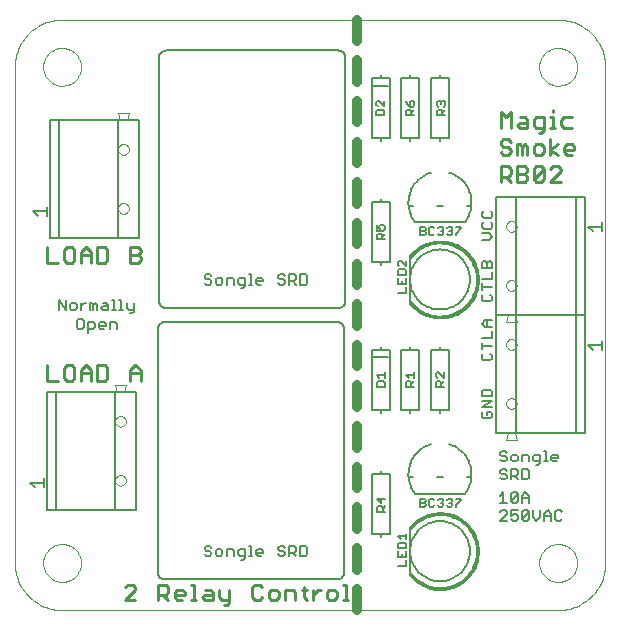
<source format=gto>
G75*
G70*
%OFA0B0*%
%FSLAX24Y24*%
%IPPOS*%
%LPD*%
%AMOC8*
5,1,8,0,0,1.08239X$1,22.5*
%
%ADD10C,0.0060*%
%ADD11C,0.0090*%
%ADD12C,0.0320*%
%ADD13C,0.0080*%
%ADD14C,0.0050*%
%ADD15C,0.0010*%
%ADD16C,0.0030*%
%ADD17C,0.0000*%
D10*
X006694Y006762D02*
X006694Y010699D01*
X006986Y010699D01*
X006986Y006762D01*
X006694Y006762D01*
X006986Y006762D02*
X008966Y006762D01*
X008966Y010699D01*
X009019Y010699D01*
X009252Y010699D01*
X009647Y010699D01*
X009647Y006762D01*
X008966Y006762D01*
X011941Y005501D02*
X011941Y005444D01*
X011998Y005387D01*
X012111Y005387D01*
X012168Y005331D01*
X012168Y005274D01*
X012111Y005217D01*
X011998Y005217D01*
X011941Y005274D01*
X011941Y005501D02*
X011998Y005558D01*
X012111Y005558D01*
X012168Y005501D01*
X012309Y005387D02*
X012309Y005274D01*
X012366Y005217D01*
X012479Y005217D01*
X012536Y005274D01*
X012536Y005387D01*
X012479Y005444D01*
X012366Y005444D01*
X012309Y005387D01*
X012678Y005444D02*
X012848Y005444D01*
X012905Y005387D01*
X012905Y005217D01*
X013046Y005274D02*
X013103Y005217D01*
X013273Y005217D01*
X013273Y005161D02*
X013273Y005444D01*
X013103Y005444D01*
X013046Y005387D01*
X013046Y005274D01*
X013159Y005104D02*
X013216Y005104D01*
X013273Y005161D01*
X013414Y005217D02*
X013528Y005217D01*
X013471Y005217D02*
X013471Y005558D01*
X013414Y005558D01*
X013660Y005387D02*
X013717Y005444D01*
X013830Y005444D01*
X013887Y005387D01*
X013887Y005331D01*
X013660Y005331D01*
X013660Y005387D02*
X013660Y005274D01*
X013717Y005217D01*
X013830Y005217D01*
X014396Y005274D02*
X014453Y005217D01*
X014567Y005217D01*
X014623Y005274D01*
X014623Y005331D01*
X014567Y005387D01*
X014453Y005387D01*
X014396Y005444D01*
X014396Y005501D01*
X014453Y005558D01*
X014567Y005558D01*
X014623Y005501D01*
X014765Y005558D02*
X014765Y005217D01*
X014765Y005331D02*
X014935Y005331D01*
X014992Y005387D01*
X014992Y005501D01*
X014935Y005558D01*
X014765Y005558D01*
X014878Y005331D02*
X014992Y005217D01*
X015133Y005217D02*
X015303Y005217D01*
X015360Y005274D01*
X015360Y005501D01*
X015303Y005558D01*
X015133Y005558D01*
X015133Y005217D01*
X012678Y005217D02*
X012678Y005444D01*
X008966Y010699D02*
X006986Y010699D01*
X007733Y012782D02*
X007846Y012782D01*
X007903Y012839D01*
X007903Y013066D01*
X007846Y013123D01*
X007733Y013123D01*
X007676Y013066D01*
X007676Y012839D01*
X007733Y012782D01*
X008044Y012782D02*
X008215Y012782D01*
X008271Y012839D01*
X008271Y012952D01*
X008215Y013009D01*
X008044Y013009D01*
X008044Y012669D01*
X008413Y012839D02*
X008413Y012952D01*
X008469Y013009D01*
X008583Y013009D01*
X008640Y012952D01*
X008640Y012896D01*
X008413Y012896D01*
X008413Y012839D02*
X008469Y012782D01*
X008583Y012782D01*
X008781Y012782D02*
X008781Y013009D01*
X008951Y013009D01*
X009008Y012952D01*
X009008Y012782D01*
X009461Y013316D02*
X009517Y013316D01*
X009574Y013372D01*
X009574Y013656D01*
X009347Y013656D02*
X009347Y013486D01*
X009404Y013429D01*
X009574Y013429D01*
X009215Y013429D02*
X009102Y013429D01*
X009159Y013429D02*
X009159Y013769D01*
X009102Y013769D01*
X008913Y013769D02*
X008913Y013429D01*
X008856Y013429D02*
X008970Y013429D01*
X008715Y013429D02*
X008545Y013429D01*
X008488Y013486D01*
X008545Y013543D01*
X008715Y013543D01*
X008715Y013599D02*
X008715Y013429D01*
X008715Y013599D02*
X008658Y013656D01*
X008545Y013656D01*
X008346Y013599D02*
X008346Y013429D01*
X008233Y013429D02*
X008233Y013599D01*
X008290Y013656D01*
X008346Y013599D01*
X008233Y013599D02*
X008176Y013656D01*
X008120Y013656D01*
X008120Y013429D01*
X007983Y013656D02*
X007926Y013656D01*
X007813Y013543D01*
X007813Y013656D02*
X007813Y013429D01*
X007671Y013486D02*
X007671Y013599D01*
X007615Y013656D01*
X007501Y013656D01*
X007444Y013599D01*
X007444Y013486D01*
X007501Y013429D01*
X007615Y013429D01*
X007671Y013486D01*
X007303Y013429D02*
X007303Y013769D01*
X007076Y013769D02*
X007303Y013429D01*
X007076Y013429D02*
X007076Y013769D01*
X008856Y013769D02*
X008913Y013769D01*
X009065Y015825D02*
X007084Y015825D01*
X007084Y019762D01*
X009065Y019762D01*
X009065Y015825D01*
X009746Y015825D01*
X009746Y019762D01*
X009350Y019762D01*
X009118Y019762D01*
X009065Y019762D01*
X007084Y019762D02*
X006793Y019762D01*
X006793Y015825D01*
X007084Y015825D01*
X011941Y014556D02*
X011941Y014499D01*
X011998Y014443D01*
X012111Y014443D01*
X012168Y014386D01*
X012168Y014329D01*
X012111Y014272D01*
X011998Y014272D01*
X011941Y014329D01*
X011941Y014556D02*
X011998Y014613D01*
X012111Y014613D01*
X012168Y014556D01*
X012309Y014443D02*
X012309Y014329D01*
X012366Y014272D01*
X012479Y014272D01*
X012536Y014329D01*
X012536Y014443D01*
X012479Y014499D01*
X012366Y014499D01*
X012309Y014443D01*
X012678Y014499D02*
X012678Y014272D01*
X012905Y014272D02*
X012905Y014443D01*
X012848Y014499D01*
X012678Y014499D01*
X013046Y014443D02*
X013046Y014329D01*
X013103Y014272D01*
X013273Y014272D01*
X013273Y014216D02*
X013273Y014499D01*
X013103Y014499D01*
X013046Y014443D01*
X013159Y014159D02*
X013216Y014159D01*
X013273Y014216D01*
X013414Y014272D02*
X013528Y014272D01*
X013471Y014272D02*
X013471Y014613D01*
X013414Y014613D01*
X013660Y014443D02*
X013660Y014329D01*
X013717Y014272D01*
X013830Y014272D01*
X013887Y014386D02*
X013660Y014386D01*
X013660Y014443D02*
X013717Y014499D01*
X013830Y014499D01*
X013887Y014443D01*
X013887Y014386D01*
X014396Y014329D02*
X014453Y014272D01*
X014567Y014272D01*
X014623Y014329D01*
X014623Y014386D01*
X014567Y014443D01*
X014453Y014443D01*
X014396Y014499D01*
X014396Y014556D01*
X014453Y014613D01*
X014567Y014613D01*
X014623Y014556D01*
X014765Y014613D02*
X014765Y014272D01*
X014765Y014386D02*
X014935Y014386D01*
X014992Y014443D01*
X014992Y014556D01*
X014935Y014613D01*
X014765Y014613D01*
X014878Y014386D02*
X014992Y014272D01*
X015133Y014272D02*
X015303Y014272D01*
X015360Y014329D01*
X015360Y014556D01*
X015303Y014613D01*
X015133Y014613D01*
X015133Y014272D01*
X018785Y014439D02*
X018787Y014502D01*
X018793Y014564D01*
X018803Y014626D01*
X018816Y014688D01*
X018834Y014748D01*
X018855Y014807D01*
X018880Y014865D01*
X018909Y014921D01*
X018941Y014975D01*
X018976Y015027D01*
X019014Y015076D01*
X019056Y015124D01*
X019100Y015168D01*
X019148Y015210D01*
X019197Y015248D01*
X019249Y015283D01*
X019303Y015315D01*
X019359Y015344D01*
X019417Y015369D01*
X019476Y015390D01*
X019536Y015408D01*
X019598Y015421D01*
X019660Y015431D01*
X019722Y015437D01*
X019785Y015439D01*
X019848Y015437D01*
X019910Y015431D01*
X019972Y015421D01*
X020034Y015408D01*
X020094Y015390D01*
X020153Y015369D01*
X020211Y015344D01*
X020267Y015315D01*
X020321Y015283D01*
X020373Y015248D01*
X020422Y015210D01*
X020470Y015168D01*
X020514Y015124D01*
X020556Y015076D01*
X020594Y015027D01*
X020629Y014975D01*
X020661Y014921D01*
X020690Y014865D01*
X020715Y014807D01*
X020736Y014748D01*
X020754Y014688D01*
X020767Y014626D01*
X020777Y014564D01*
X020783Y014502D01*
X020785Y014439D01*
X020783Y014376D01*
X020777Y014314D01*
X020767Y014252D01*
X020754Y014190D01*
X020736Y014130D01*
X020715Y014071D01*
X020690Y014013D01*
X020661Y013957D01*
X020629Y013903D01*
X020594Y013851D01*
X020556Y013802D01*
X020514Y013754D01*
X020470Y013710D01*
X020422Y013668D01*
X020373Y013630D01*
X020321Y013595D01*
X020267Y013563D01*
X020211Y013534D01*
X020153Y013509D01*
X020094Y013488D01*
X020034Y013470D01*
X019972Y013457D01*
X019910Y013447D01*
X019848Y013441D01*
X019785Y013439D01*
X019722Y013441D01*
X019660Y013447D01*
X019598Y013457D01*
X019536Y013470D01*
X019476Y013488D01*
X019417Y013509D01*
X019359Y013534D01*
X019303Y013563D01*
X019249Y013595D01*
X019197Y013630D01*
X019148Y013668D01*
X019100Y013710D01*
X019056Y013754D01*
X019014Y013802D01*
X018976Y013851D01*
X018941Y013903D01*
X018909Y013957D01*
X018880Y014013D01*
X018855Y014071D01*
X018834Y014130D01*
X018816Y014190D01*
X018803Y014252D01*
X018793Y014314D01*
X018787Y014376D01*
X018785Y014439D01*
X021180Y014447D02*
X021520Y014447D01*
X021520Y014674D01*
X021520Y014816D02*
X021520Y014986D01*
X021463Y015042D01*
X021407Y015042D01*
X021350Y014986D01*
X021350Y014816D01*
X021350Y014986D02*
X021293Y015042D01*
X021236Y015042D01*
X021180Y014986D01*
X021180Y014816D01*
X021520Y014816D01*
X021180Y014306D02*
X021180Y014079D01*
X021180Y014192D02*
X021520Y014192D01*
X021463Y013937D02*
X021520Y013881D01*
X021520Y013767D01*
X021463Y013711D01*
X021236Y013711D01*
X021180Y013767D01*
X021180Y013881D01*
X021236Y013937D01*
X021655Y013258D02*
X022051Y013258D01*
X022283Y013258D01*
X022336Y013258D01*
X022336Y017195D01*
X024317Y017195D01*
X024317Y013258D01*
X022336Y013258D01*
X022336Y009321D01*
X022283Y009321D01*
X022051Y009321D01*
X021655Y009321D01*
X021655Y013258D01*
X021655Y017195D01*
X022336Y017195D01*
X021532Y016664D02*
X021475Y016721D01*
X021532Y016664D02*
X021532Y016550D01*
X021475Y016494D01*
X021248Y016494D01*
X021192Y016550D01*
X021192Y016664D01*
X021248Y016721D01*
X021248Y016352D02*
X021192Y016295D01*
X021192Y016182D01*
X021248Y016125D01*
X021475Y016125D01*
X021532Y016182D01*
X021532Y016295D01*
X021475Y016352D01*
X021418Y015984D02*
X021192Y015984D01*
X021418Y015984D02*
X021532Y015870D01*
X021418Y015757D01*
X021192Y015757D01*
X021655Y013258D02*
X022336Y013258D01*
X024317Y013258D01*
X024608Y013258D01*
X024608Y017195D01*
X024317Y017195D01*
X024317Y013258D02*
X024317Y009321D01*
X022336Y009321D01*
X021954Y008717D02*
X021840Y008717D01*
X021784Y008660D01*
X021784Y008603D01*
X021840Y008546D01*
X021954Y008546D01*
X022010Y008490D01*
X022010Y008433D01*
X021954Y008376D01*
X021840Y008376D01*
X021784Y008433D01*
X022010Y008660D02*
X021954Y008717D01*
X022152Y008546D02*
X022152Y008433D01*
X022209Y008376D01*
X022322Y008376D01*
X022379Y008433D01*
X022379Y008546D01*
X022322Y008603D01*
X022209Y008603D01*
X022152Y008546D01*
X022520Y008603D02*
X022520Y008376D01*
X022747Y008376D02*
X022747Y008546D01*
X022690Y008603D01*
X022520Y008603D01*
X022888Y008546D02*
X022888Y008433D01*
X022945Y008376D01*
X023115Y008376D01*
X023115Y008320D02*
X023115Y008603D01*
X022945Y008603D01*
X022888Y008546D01*
X023002Y008263D02*
X023059Y008263D01*
X023115Y008320D01*
X023257Y008376D02*
X023370Y008376D01*
X023314Y008376D02*
X023314Y008717D01*
X023257Y008717D01*
X023502Y008546D02*
X023502Y008433D01*
X023559Y008376D01*
X023672Y008376D01*
X023729Y008490D02*
X023502Y008490D01*
X023502Y008546D02*
X023559Y008603D01*
X023672Y008603D01*
X023729Y008546D01*
X023729Y008490D01*
X024317Y009321D02*
X024608Y009321D01*
X024608Y013258D01*
X024317Y013258D01*
X021520Y013074D02*
X021293Y013074D01*
X021180Y012960D01*
X021293Y012847D01*
X021520Y012847D01*
X021520Y012706D02*
X021520Y012479D01*
X021180Y012479D01*
X021180Y012337D02*
X021180Y012110D01*
X021180Y012224D02*
X021520Y012224D01*
X021463Y011969D02*
X021520Y011912D01*
X021520Y011799D01*
X021463Y011742D01*
X021236Y011742D01*
X021180Y011799D01*
X021180Y011912D01*
X021236Y011969D01*
X021350Y012847D02*
X021350Y013074D01*
X021463Y010772D02*
X021236Y010772D01*
X021180Y010715D01*
X021180Y010545D01*
X021520Y010545D01*
X021520Y010715D01*
X021463Y010772D01*
X021520Y010403D02*
X021180Y010403D01*
X021180Y010177D02*
X021520Y010403D01*
X021520Y010177D02*
X021180Y010177D01*
X021236Y010035D02*
X021180Y009978D01*
X021180Y009865D01*
X021236Y009808D01*
X021463Y009808D01*
X021520Y009865D01*
X021520Y009978D01*
X021463Y010035D01*
X021350Y010035D01*
X021350Y009922D01*
X021840Y008117D02*
X021784Y008060D01*
X021784Y008003D01*
X021840Y007946D01*
X021954Y007946D01*
X022010Y007890D01*
X022010Y007833D01*
X021954Y007776D01*
X021840Y007776D01*
X021784Y007833D01*
X021840Y008117D02*
X021954Y008117D01*
X022010Y008060D01*
X022152Y008117D02*
X022322Y008117D01*
X022379Y008060D01*
X022379Y007946D01*
X022322Y007890D01*
X022152Y007890D01*
X022265Y007890D02*
X022379Y007776D01*
X022520Y007776D02*
X022690Y007776D01*
X022747Y007833D01*
X022747Y008060D01*
X022690Y008117D01*
X022520Y008117D01*
X022520Y007776D01*
X022152Y007776D02*
X022152Y008117D01*
X022209Y007339D02*
X022322Y007339D01*
X022379Y007282D01*
X022152Y007055D01*
X022209Y006998D01*
X022322Y006998D01*
X022379Y007055D01*
X022379Y007282D01*
X022520Y007225D02*
X022634Y007339D01*
X022747Y007225D01*
X022747Y006998D01*
X022747Y007169D02*
X022520Y007169D01*
X022520Y007225D02*
X022520Y006998D01*
X022577Y006739D02*
X022520Y006682D01*
X022520Y006455D01*
X022747Y006682D01*
X022747Y006455D01*
X022690Y006398D01*
X022577Y006398D01*
X022520Y006455D01*
X022379Y006455D02*
X022322Y006398D01*
X022209Y006398D01*
X022152Y006455D01*
X022152Y006569D02*
X022265Y006625D01*
X022322Y006625D01*
X022379Y006569D01*
X022379Y006455D01*
X022152Y006569D02*
X022152Y006739D01*
X022379Y006739D01*
X022577Y006739D02*
X022690Y006739D01*
X022747Y006682D01*
X022888Y006739D02*
X022888Y006512D01*
X023002Y006398D01*
X023115Y006512D01*
X023115Y006739D01*
X023257Y006625D02*
X023370Y006739D01*
X023484Y006625D01*
X023484Y006398D01*
X023625Y006455D02*
X023682Y006398D01*
X023795Y006398D01*
X023852Y006455D01*
X023625Y006455D02*
X023625Y006682D01*
X023682Y006739D01*
X023795Y006739D01*
X023852Y006682D01*
X023484Y006569D02*
X023257Y006569D01*
X023257Y006625D02*
X023257Y006398D01*
X022010Y006398D02*
X021784Y006398D01*
X022010Y006625D01*
X022010Y006682D01*
X021954Y006739D01*
X021840Y006739D01*
X021784Y006682D01*
X021784Y006998D02*
X022010Y006998D01*
X021897Y006998D02*
X021897Y007339D01*
X021784Y007225D01*
X022152Y007282D02*
X022152Y007055D01*
X022152Y007282D02*
X022209Y007339D01*
X018785Y005384D02*
X018787Y005447D01*
X018793Y005509D01*
X018803Y005571D01*
X018816Y005633D01*
X018834Y005693D01*
X018855Y005752D01*
X018880Y005810D01*
X018909Y005866D01*
X018941Y005920D01*
X018976Y005972D01*
X019014Y006021D01*
X019056Y006069D01*
X019100Y006113D01*
X019148Y006155D01*
X019197Y006193D01*
X019249Y006228D01*
X019303Y006260D01*
X019359Y006289D01*
X019417Y006314D01*
X019476Y006335D01*
X019536Y006353D01*
X019598Y006366D01*
X019660Y006376D01*
X019722Y006382D01*
X019785Y006384D01*
X019848Y006382D01*
X019910Y006376D01*
X019972Y006366D01*
X020034Y006353D01*
X020094Y006335D01*
X020153Y006314D01*
X020211Y006289D01*
X020267Y006260D01*
X020321Y006228D01*
X020373Y006193D01*
X020422Y006155D01*
X020470Y006113D01*
X020514Y006069D01*
X020556Y006021D01*
X020594Y005972D01*
X020629Y005920D01*
X020661Y005866D01*
X020690Y005810D01*
X020715Y005752D01*
X020736Y005693D01*
X020754Y005633D01*
X020767Y005571D01*
X020777Y005509D01*
X020783Y005447D01*
X020785Y005384D01*
X020783Y005321D01*
X020777Y005259D01*
X020767Y005197D01*
X020754Y005135D01*
X020736Y005075D01*
X020715Y005016D01*
X020690Y004958D01*
X020661Y004902D01*
X020629Y004848D01*
X020594Y004796D01*
X020556Y004747D01*
X020514Y004699D01*
X020470Y004655D01*
X020422Y004613D01*
X020373Y004575D01*
X020321Y004540D01*
X020267Y004508D01*
X020211Y004479D01*
X020153Y004454D01*
X020094Y004433D01*
X020034Y004415D01*
X019972Y004402D01*
X019910Y004392D01*
X019848Y004386D01*
X019785Y004384D01*
X019722Y004386D01*
X019660Y004392D01*
X019598Y004402D01*
X019536Y004415D01*
X019476Y004433D01*
X019417Y004454D01*
X019359Y004479D01*
X019303Y004508D01*
X019249Y004540D01*
X019197Y004575D01*
X019148Y004613D01*
X019100Y004655D01*
X019056Y004699D01*
X019014Y004747D01*
X018976Y004796D01*
X018941Y004848D01*
X018909Y004902D01*
X018880Y004958D01*
X018855Y005016D01*
X018834Y005075D01*
X018816Y005135D01*
X018803Y005197D01*
X018793Y005259D01*
X018787Y005321D01*
X018785Y005384D01*
D11*
X016732Y003757D02*
X016562Y003757D01*
X016647Y003757D02*
X016647Y004268D01*
X016562Y004268D01*
X016350Y004013D02*
X016265Y004098D01*
X016095Y004098D01*
X016010Y004013D01*
X016010Y003843D01*
X016095Y003757D01*
X016265Y003757D01*
X016350Y003843D01*
X016350Y004013D01*
X015804Y004098D02*
X015719Y004098D01*
X015549Y003928D01*
X015549Y004098D02*
X015549Y003757D01*
X015351Y003757D02*
X015266Y003843D01*
X015266Y004183D01*
X015181Y004098D02*
X015351Y004098D01*
X014969Y004013D02*
X014969Y003757D01*
X014969Y004013D02*
X014884Y004098D01*
X014628Y004098D01*
X014628Y003757D01*
X014416Y003843D02*
X014416Y004013D01*
X014331Y004098D01*
X014161Y004098D01*
X014076Y004013D01*
X014076Y003843D01*
X014161Y003757D01*
X014331Y003757D01*
X014416Y003843D01*
X013864Y003843D02*
X013779Y003757D01*
X013609Y003757D01*
X013524Y003843D01*
X013524Y004183D01*
X013609Y004268D01*
X013779Y004268D01*
X013864Y004183D01*
X012759Y004098D02*
X012759Y003672D01*
X012674Y003587D01*
X012589Y003587D01*
X012504Y003757D02*
X012759Y003757D01*
X012504Y003757D02*
X012419Y003843D01*
X012419Y004098D01*
X012206Y004013D02*
X012206Y003757D01*
X011951Y003757D01*
X011866Y003843D01*
X011951Y003928D01*
X012206Y003928D01*
X012206Y004013D02*
X012121Y004098D01*
X011951Y004098D01*
X011583Y004268D02*
X011583Y003757D01*
X011498Y003757D02*
X011668Y003757D01*
X011286Y003928D02*
X010945Y003928D01*
X010945Y004013D02*
X011030Y004098D01*
X011201Y004098D01*
X011286Y004013D01*
X011286Y003928D01*
X011201Y003757D02*
X011030Y003757D01*
X010945Y003843D01*
X010945Y004013D01*
X010733Y004013D02*
X010733Y004183D01*
X010648Y004268D01*
X010393Y004268D01*
X010393Y003757D01*
X010393Y003928D02*
X010648Y003928D01*
X010733Y004013D01*
X010563Y003928D02*
X010733Y003757D01*
X011498Y004268D02*
X011583Y004268D01*
X009628Y004183D02*
X009628Y004098D01*
X009288Y003757D01*
X009628Y003757D01*
X009628Y004183D02*
X009543Y004268D01*
X009373Y004268D01*
X009288Y004183D01*
X009463Y011067D02*
X009463Y011407D01*
X009633Y011577D01*
X009803Y011407D01*
X009803Y011067D01*
X009803Y011322D02*
X009463Y011322D01*
X008698Y011152D02*
X008698Y011492D01*
X008613Y011577D01*
X008358Y011577D01*
X008358Y011067D01*
X008613Y011067D01*
X008698Y011152D01*
X008146Y011067D02*
X008146Y011407D01*
X007976Y011577D01*
X007805Y011407D01*
X007805Y011067D01*
X007593Y011152D02*
X007593Y011492D01*
X007508Y011577D01*
X007338Y011577D01*
X007253Y011492D01*
X007253Y011152D01*
X007338Y011067D01*
X007508Y011067D01*
X007593Y011152D01*
X007805Y011322D02*
X008146Y011322D01*
X007041Y011067D02*
X006701Y011067D01*
X006701Y011577D01*
X006701Y015004D02*
X007041Y015004D01*
X007253Y015089D02*
X007338Y015004D01*
X007508Y015004D01*
X007593Y015089D01*
X007593Y015429D01*
X007508Y015514D01*
X007338Y015514D01*
X007253Y015429D01*
X007253Y015089D01*
X007805Y015004D02*
X007805Y015344D01*
X007976Y015514D01*
X008146Y015344D01*
X008146Y015004D01*
X008358Y015004D02*
X008613Y015004D01*
X008698Y015089D01*
X008698Y015429D01*
X008613Y015514D01*
X008358Y015514D01*
X008358Y015004D01*
X008146Y015259D02*
X007805Y015259D01*
X006701Y015514D02*
X006701Y015004D01*
X009463Y015004D02*
X009718Y015004D01*
X009803Y015089D01*
X009803Y015174D01*
X009718Y015259D01*
X009463Y015259D01*
X009463Y015004D02*
X009463Y015514D01*
X009718Y015514D01*
X009803Y015429D01*
X009803Y015344D01*
X009718Y015259D01*
X021806Y017700D02*
X021806Y018210D01*
X022061Y018210D01*
X022146Y018125D01*
X022146Y017955D01*
X022061Y017870D01*
X021806Y017870D01*
X021976Y017870D02*
X022146Y017700D01*
X022358Y017700D02*
X022614Y017700D01*
X022699Y017785D01*
X022699Y017870D01*
X022614Y017955D01*
X022358Y017955D01*
X022358Y017700D02*
X022358Y018210D01*
X022614Y018210D01*
X022699Y018125D01*
X022699Y018040D01*
X022614Y017955D01*
X022911Y017785D02*
X022996Y017700D01*
X023166Y017700D01*
X023251Y017785D01*
X023251Y018125D01*
X022911Y017785D01*
X022911Y018125D01*
X022996Y018210D01*
X023166Y018210D01*
X023251Y018125D01*
X023463Y018125D02*
X023549Y018210D01*
X023719Y018210D01*
X023804Y018125D01*
X023804Y018040D01*
X023463Y017700D01*
X023804Y017700D01*
X023719Y018600D02*
X023463Y018770D01*
X023719Y018940D01*
X023924Y018855D02*
X024009Y018940D01*
X024179Y018940D01*
X024264Y018855D01*
X024264Y018770D01*
X023924Y018770D01*
X023924Y018685D02*
X023924Y018855D01*
X023924Y018685D02*
X024009Y018600D01*
X024179Y018600D01*
X023463Y018600D02*
X023463Y019110D01*
X023251Y018855D02*
X023166Y018940D01*
X022996Y018940D01*
X022911Y018855D01*
X022911Y018685D01*
X022996Y018600D01*
X023166Y018600D01*
X023251Y018685D01*
X023251Y018855D01*
X023166Y019330D02*
X023081Y019330D01*
X023166Y019330D02*
X023251Y019415D01*
X023251Y019840D01*
X022996Y019840D01*
X022911Y019755D01*
X022911Y019585D01*
X022996Y019500D01*
X023251Y019500D01*
X023463Y019500D02*
X023634Y019500D01*
X023549Y019500D02*
X023549Y019840D01*
X023463Y019840D01*
X023549Y020010D02*
X023549Y020095D01*
X023832Y019755D02*
X023917Y019840D01*
X024172Y019840D01*
X023832Y019755D02*
X023832Y019585D01*
X023917Y019500D01*
X024172Y019500D01*
X022699Y019500D02*
X022444Y019500D01*
X022358Y019585D01*
X022444Y019670D01*
X022699Y019670D01*
X022699Y019755D02*
X022699Y019500D01*
X022699Y019755D02*
X022614Y019840D01*
X022444Y019840D01*
X022146Y020010D02*
X022146Y019500D01*
X021806Y019500D02*
X021806Y020010D01*
X021976Y019840D01*
X022146Y020010D01*
X022061Y019110D02*
X021891Y019110D01*
X021806Y019025D01*
X021806Y018940D01*
X021891Y018855D01*
X022061Y018855D01*
X022146Y018770D01*
X022146Y018685D01*
X022061Y018600D01*
X021891Y018600D01*
X021806Y018685D01*
X022146Y019025D02*
X022061Y019110D01*
X022358Y018940D02*
X022444Y018940D01*
X022529Y018855D01*
X022614Y018940D01*
X022699Y018855D01*
X022699Y018600D01*
X022529Y018600D02*
X022529Y018855D01*
X022358Y018940D02*
X022358Y018600D01*
D12*
X017029Y018321D02*
X017029Y019036D01*
X017029Y019676D02*
X017029Y020391D01*
X017029Y021031D02*
X017029Y021746D01*
X017029Y022386D02*
X017029Y023101D01*
X017029Y017681D02*
X017029Y016966D01*
X017029Y016326D02*
X017029Y015611D01*
X017029Y014971D02*
X017029Y014256D01*
X017029Y013616D02*
X017029Y012901D01*
X017029Y012261D02*
X017029Y011546D01*
X017029Y010906D02*
X017029Y010191D01*
X017029Y009551D02*
X017029Y008836D01*
X017029Y008196D02*
X017029Y007481D01*
X017029Y006841D02*
X017029Y006126D01*
X017029Y005486D02*
X017029Y004771D01*
X017029Y004131D02*
X017029Y003416D01*
D13*
X016356Y004439D02*
X010616Y004439D01*
X010587Y004441D01*
X010559Y004446D01*
X010531Y004455D01*
X010504Y004466D01*
X010480Y004481D01*
X010457Y004499D01*
X010436Y004520D01*
X010418Y004543D01*
X010403Y004567D01*
X010392Y004594D01*
X010383Y004622D01*
X010378Y004650D01*
X010376Y004679D01*
X010376Y012782D01*
X010378Y012811D01*
X010383Y012839D01*
X010392Y012867D01*
X010403Y012894D01*
X010418Y012918D01*
X010436Y012941D01*
X010457Y012962D01*
X010480Y012980D01*
X010504Y012995D01*
X010531Y013006D01*
X010559Y013015D01*
X010587Y013020D01*
X010616Y013022D01*
X016356Y013022D01*
X016385Y013020D01*
X016413Y013015D01*
X016441Y013006D01*
X016468Y012995D01*
X016492Y012980D01*
X016515Y012962D01*
X016536Y012941D01*
X016554Y012918D01*
X016569Y012894D01*
X016580Y012867D01*
X016589Y012839D01*
X016594Y012811D01*
X016596Y012782D01*
X016596Y004679D01*
X016594Y004650D01*
X016589Y004622D01*
X016580Y004594D01*
X016569Y004567D01*
X016554Y004543D01*
X016536Y004520D01*
X016515Y004499D01*
X016492Y004481D01*
X016468Y004466D01*
X016441Y004455D01*
X016413Y004446D01*
X016385Y004441D01*
X016356Y004439D01*
X017817Y005859D02*
X017817Y005959D01*
X017517Y005959D01*
X017517Y007959D01*
X017817Y007959D01*
X017817Y008059D01*
X017817Y007959D02*
X018117Y007959D01*
X018117Y005959D01*
X017817Y005959D01*
X018785Y006134D02*
X018785Y004634D01*
X018801Y009993D02*
X018801Y010093D01*
X018501Y010093D01*
X018501Y012093D01*
X018801Y012093D01*
X018801Y012193D01*
X018801Y012093D02*
X019101Y012093D01*
X019101Y010093D01*
X018801Y010093D01*
X019485Y010093D02*
X019785Y010093D01*
X019785Y009993D01*
X019785Y010093D02*
X020085Y010093D01*
X020085Y012093D01*
X019785Y012093D01*
X019785Y012193D01*
X019785Y012093D02*
X019485Y012093D01*
X019485Y010093D01*
X018117Y010093D02*
X017817Y010093D01*
X017817Y009993D01*
X017817Y010093D02*
X017517Y010093D01*
X017517Y012093D01*
X017817Y012093D01*
X017817Y012193D01*
X017817Y012093D02*
X018117Y012093D01*
X018117Y010093D01*
X018067Y011843D02*
X017567Y011843D01*
X016395Y013490D02*
X010655Y013490D01*
X010626Y013492D01*
X010598Y013497D01*
X010570Y013506D01*
X010543Y013517D01*
X010519Y013532D01*
X010496Y013550D01*
X010475Y013571D01*
X010457Y013594D01*
X010442Y013618D01*
X010431Y013645D01*
X010422Y013673D01*
X010417Y013701D01*
X010415Y013730D01*
X010415Y021833D01*
X010417Y021862D01*
X010422Y021890D01*
X010431Y021918D01*
X010442Y021945D01*
X010457Y021969D01*
X010475Y021992D01*
X010496Y022013D01*
X010519Y022031D01*
X010543Y022046D01*
X010570Y022057D01*
X010598Y022066D01*
X010626Y022071D01*
X010655Y022073D01*
X016395Y022073D01*
X016424Y022071D01*
X016452Y022066D01*
X016480Y022057D01*
X016507Y022046D01*
X016531Y022031D01*
X016554Y022013D01*
X016575Y021992D01*
X016593Y021969D01*
X016608Y021945D01*
X016619Y021918D01*
X016628Y021890D01*
X016633Y021862D01*
X016635Y021833D01*
X016635Y013730D01*
X016633Y013701D01*
X016628Y013673D01*
X016619Y013645D01*
X016608Y013618D01*
X016593Y013594D01*
X016575Y013571D01*
X016554Y013550D01*
X016531Y013532D01*
X016507Y013517D01*
X016480Y013506D01*
X016452Y013497D01*
X016424Y013492D01*
X016395Y013490D01*
X017517Y015014D02*
X017517Y017014D01*
X017817Y017014D01*
X017817Y017114D01*
X017817Y017014D02*
X018117Y017014D01*
X018117Y015014D01*
X017817Y015014D01*
X017817Y014914D01*
X017817Y015014D02*
X017517Y015014D01*
X018785Y015189D02*
X018785Y013689D01*
X018801Y019048D02*
X018801Y019148D01*
X018501Y019148D01*
X018501Y021148D01*
X018801Y021148D01*
X018801Y021248D01*
X018801Y021148D02*
X019101Y021148D01*
X019101Y019148D01*
X018801Y019148D01*
X019485Y019148D02*
X019785Y019148D01*
X019785Y019048D01*
X019785Y019148D02*
X020085Y019148D01*
X020085Y021148D01*
X019785Y021148D01*
X019785Y021248D01*
X019785Y021148D02*
X019485Y021148D01*
X019485Y019148D01*
X018117Y019148D02*
X017817Y019148D01*
X017817Y019048D01*
X017817Y019148D02*
X017517Y019148D01*
X017517Y021148D01*
X017817Y021148D01*
X017817Y021248D01*
X017817Y021148D02*
X018117Y021148D01*
X018117Y019148D01*
X018067Y020898D02*
X017567Y020898D01*
D14*
X017707Y020388D02*
X017662Y020343D01*
X017662Y020253D01*
X017707Y020208D01*
X017707Y020094D02*
X017662Y020049D01*
X017662Y019913D01*
X017932Y019913D01*
X017932Y020049D01*
X017887Y020094D01*
X017707Y020094D01*
X017932Y020208D02*
X017752Y020388D01*
X017707Y020388D01*
X017932Y020388D02*
X017932Y020208D01*
X018646Y020045D02*
X018646Y019910D01*
X018916Y019910D01*
X018826Y019910D02*
X018826Y020045D01*
X018781Y020090D01*
X018691Y020090D01*
X018646Y020045D01*
X018826Y020000D02*
X018916Y020090D01*
X018871Y020205D02*
X018916Y020250D01*
X018916Y020340D01*
X018871Y020385D01*
X018826Y020385D01*
X018781Y020340D01*
X018781Y020205D01*
X018871Y020205D01*
X018781Y020205D02*
X018691Y020295D01*
X018646Y020385D01*
X019680Y020340D02*
X019680Y020250D01*
X019725Y020205D01*
X019725Y020090D02*
X019815Y020090D01*
X019861Y020045D01*
X019861Y019910D01*
X019951Y019910D02*
X019680Y019910D01*
X019680Y020045D01*
X019725Y020090D01*
X019861Y020000D02*
X019951Y020090D01*
X019906Y020205D02*
X019951Y020250D01*
X019951Y020340D01*
X019906Y020385D01*
X019861Y020385D01*
X019815Y020340D01*
X019815Y020295D01*
X019815Y020340D02*
X019770Y020385D01*
X019725Y020385D01*
X019680Y020340D01*
X019475Y018001D02*
X019416Y017981D01*
X019359Y017958D01*
X019302Y017931D01*
X019248Y017900D01*
X019195Y017867D01*
X019145Y017830D01*
X019096Y017791D01*
X019051Y017748D01*
X019007Y017703D01*
X018967Y017656D01*
X018929Y017606D01*
X018894Y017554D01*
X018863Y017500D01*
X018835Y017445D01*
X018810Y017388D01*
X018789Y017329D01*
X018771Y017269D01*
X018756Y017208D01*
X018746Y017147D01*
X018739Y017085D01*
X018735Y017023D01*
X018736Y016960D01*
X018740Y016898D01*
X018898Y016898D01*
X018960Y016348D02*
X020610Y016348D01*
X020483Y016186D02*
X020483Y016141D01*
X020303Y015961D01*
X020303Y015916D01*
X020188Y015961D02*
X020143Y015916D01*
X020053Y015916D01*
X020008Y015961D01*
X019894Y015961D02*
X019849Y015916D01*
X019759Y015916D01*
X019713Y015961D01*
X019599Y015961D02*
X019554Y015916D01*
X019464Y015916D01*
X019419Y015961D01*
X019419Y016141D01*
X019464Y016186D01*
X019554Y016186D01*
X019599Y016141D01*
X019713Y016141D02*
X019759Y016186D01*
X019849Y016186D01*
X019894Y016141D01*
X019894Y016096D01*
X019849Y016051D01*
X019894Y016006D01*
X019894Y015961D01*
X019849Y016051D02*
X019804Y016051D01*
X020008Y016141D02*
X020053Y016186D01*
X020143Y016186D01*
X020188Y016141D01*
X020188Y016096D01*
X020143Y016051D01*
X020188Y016006D01*
X020188Y015961D01*
X020143Y016051D02*
X020098Y016051D01*
X020303Y016186D02*
X020483Y016186D01*
X020672Y016898D02*
X020830Y016898D01*
X019898Y016898D02*
X019672Y016898D01*
X018960Y016348D02*
X018925Y016396D01*
X018892Y016446D01*
X018861Y016498D01*
X018834Y016552D01*
X018810Y016607D01*
X018790Y016664D01*
X018772Y016721D01*
X018758Y016779D01*
X018747Y016838D01*
X018740Y016898D01*
X019124Y016186D02*
X019259Y016186D01*
X019304Y016141D01*
X019304Y016096D01*
X019259Y016051D01*
X019124Y016051D01*
X019124Y015916D02*
X019259Y015916D01*
X019304Y015961D01*
X019304Y016006D01*
X019259Y016051D01*
X019124Y015916D02*
X019124Y016186D01*
X020610Y016348D02*
X020647Y016399D01*
X020682Y016452D01*
X020714Y016508D01*
X020742Y016565D01*
X020766Y016624D01*
X020787Y016684D01*
X020804Y016745D01*
X020818Y016807D01*
X020827Y016870D01*
X020833Y016933D01*
X020835Y016997D01*
X020833Y017061D01*
X020827Y017124D01*
X020818Y017187D01*
X020805Y017249D01*
X020787Y017310D01*
X020767Y017370D01*
X020742Y017429D01*
X020715Y017486D01*
X020683Y017542D01*
X020649Y017595D01*
X020611Y017646D01*
X020570Y017695D01*
X020526Y017741D01*
X020480Y017785D01*
X020431Y017826D01*
X020380Y017863D01*
X020326Y017898D01*
X020271Y017929D01*
X020214Y017957D01*
X020155Y017981D01*
X020095Y018001D01*
X017947Y016207D02*
X017947Y016117D01*
X017902Y016072D01*
X017812Y016072D02*
X017767Y016162D01*
X017767Y016207D01*
X017812Y016252D01*
X017902Y016252D01*
X017947Y016207D01*
X017812Y016072D02*
X017677Y016072D01*
X017677Y016252D01*
X017722Y015957D02*
X017812Y015957D01*
X017857Y015912D01*
X017857Y015777D01*
X017947Y015777D02*
X017677Y015777D01*
X017677Y015912D01*
X017722Y015957D01*
X017857Y015867D02*
X017947Y015957D01*
X018435Y015068D02*
X018390Y015023D01*
X018390Y014933D01*
X018435Y014888D01*
X018435Y014774D02*
X018390Y014729D01*
X018390Y014594D01*
X018660Y014594D01*
X018660Y014729D01*
X018615Y014774D01*
X018435Y014774D01*
X018660Y014888D02*
X018480Y015068D01*
X018435Y015068D01*
X018660Y015068D02*
X018660Y014888D01*
X018660Y014479D02*
X018660Y014299D01*
X018390Y014299D01*
X018390Y014479D01*
X018525Y014389D02*
X018525Y014299D01*
X018660Y014184D02*
X018660Y014004D01*
X018390Y014004D01*
X017942Y011343D02*
X017942Y011162D01*
X017942Y011253D02*
X017671Y011253D01*
X017761Y011162D01*
X017716Y011048D02*
X017671Y011003D01*
X017671Y010868D01*
X017942Y010868D01*
X017942Y011003D01*
X017896Y011048D01*
X017716Y011048D01*
X018656Y011003D02*
X018701Y011048D01*
X018791Y011048D01*
X018836Y011003D01*
X018836Y010868D01*
X018926Y010868D02*
X018656Y010868D01*
X018656Y011003D01*
X018746Y011162D02*
X018656Y011253D01*
X018926Y011253D01*
X018926Y011343D02*
X018926Y011162D01*
X018926Y011048D02*
X018836Y010958D01*
X019640Y011003D02*
X019685Y011048D01*
X019775Y011048D01*
X019820Y011003D01*
X019820Y010868D01*
X019820Y010958D02*
X019910Y011048D01*
X019910Y011162D02*
X019730Y011343D01*
X019685Y011343D01*
X019640Y011298D01*
X019640Y011207D01*
X019685Y011162D01*
X019640Y011003D02*
X019640Y010868D01*
X019910Y010868D01*
X019910Y011162D02*
X019910Y011343D01*
X019475Y008946D02*
X019416Y008926D01*
X019359Y008903D01*
X019302Y008876D01*
X019248Y008845D01*
X019195Y008812D01*
X019145Y008775D01*
X019096Y008736D01*
X019051Y008693D01*
X019007Y008648D01*
X018967Y008601D01*
X018929Y008551D01*
X018894Y008499D01*
X018863Y008445D01*
X018835Y008390D01*
X018810Y008333D01*
X018789Y008274D01*
X018771Y008214D01*
X018756Y008153D01*
X018746Y008092D01*
X018739Y008030D01*
X018735Y007968D01*
X018736Y007905D01*
X018740Y007843D01*
X018898Y007843D01*
X018960Y007293D02*
X020610Y007293D01*
X020483Y007131D02*
X020483Y007086D01*
X020303Y006906D01*
X020303Y006861D01*
X020188Y006906D02*
X020188Y006951D01*
X020143Y006996D01*
X020098Y006996D01*
X020143Y006996D02*
X020188Y007041D01*
X020188Y007086D01*
X020143Y007131D01*
X020053Y007131D01*
X020008Y007086D01*
X019894Y007086D02*
X019894Y007041D01*
X019849Y006996D01*
X019894Y006951D01*
X019894Y006906D01*
X019849Y006861D01*
X019759Y006861D01*
X019713Y006906D01*
X019599Y006906D02*
X019554Y006861D01*
X019464Y006861D01*
X019419Y006906D01*
X019419Y007086D01*
X019464Y007131D01*
X019554Y007131D01*
X019599Y007086D01*
X019713Y007086D02*
X019759Y007131D01*
X019849Y007131D01*
X019894Y007086D01*
X019849Y006996D02*
X019804Y006996D01*
X020008Y006906D02*
X020053Y006861D01*
X020143Y006861D01*
X020188Y006906D01*
X020303Y007131D02*
X020483Y007131D01*
X020672Y007843D02*
X020830Y007843D01*
X019898Y007843D02*
X019672Y007843D01*
X018960Y007293D02*
X018925Y007341D01*
X018892Y007391D01*
X018861Y007443D01*
X018834Y007497D01*
X018810Y007552D01*
X018790Y007609D01*
X018772Y007666D01*
X018758Y007724D01*
X018747Y007783D01*
X018740Y007843D01*
X019124Y007131D02*
X019259Y007131D01*
X019304Y007086D01*
X019304Y007041D01*
X019259Y006996D01*
X019124Y006996D01*
X019124Y006861D02*
X019124Y007131D01*
X019259Y006996D02*
X019304Y006951D01*
X019304Y006906D01*
X019259Y006861D01*
X019124Y006861D01*
X018660Y005963D02*
X018660Y005783D01*
X018660Y005873D02*
X018390Y005873D01*
X018480Y005783D01*
X018435Y005669D02*
X018615Y005669D01*
X018660Y005624D01*
X018660Y005488D01*
X018390Y005488D01*
X018390Y005624D01*
X018435Y005669D01*
X018390Y005374D02*
X018390Y005194D01*
X018660Y005194D01*
X018660Y005374D01*
X018525Y005284D02*
X018525Y005194D01*
X018660Y005079D02*
X018660Y004899D01*
X018390Y004899D01*
X017962Y006695D02*
X017691Y006695D01*
X017691Y006830D01*
X017736Y006875D01*
X017826Y006875D01*
X017871Y006830D01*
X017871Y006695D01*
X017871Y006785D02*
X017962Y006875D01*
X017826Y006989D02*
X017826Y007169D01*
X017691Y007124D02*
X017826Y006989D01*
X017691Y007124D02*
X017962Y007124D01*
X020610Y007293D02*
X020647Y007344D01*
X020682Y007397D01*
X020714Y007453D01*
X020742Y007510D01*
X020766Y007569D01*
X020787Y007629D01*
X020804Y007690D01*
X020818Y007752D01*
X020827Y007815D01*
X020833Y007878D01*
X020835Y007942D01*
X020833Y008006D01*
X020827Y008069D01*
X020818Y008132D01*
X020805Y008194D01*
X020787Y008255D01*
X020767Y008315D01*
X020742Y008374D01*
X020715Y008431D01*
X020683Y008487D01*
X020649Y008540D01*
X020611Y008591D01*
X020570Y008640D01*
X020526Y008686D01*
X020480Y008730D01*
X020431Y008771D01*
X020380Y008808D01*
X020326Y008843D01*
X020271Y008874D01*
X020214Y008902D01*
X020155Y008926D01*
X020095Y008946D01*
X024723Y012252D02*
X025173Y012252D01*
X025173Y012102D02*
X025173Y012402D01*
X024873Y012102D02*
X024723Y012252D01*
X024873Y016039D02*
X024723Y016189D01*
X025173Y016189D01*
X025173Y016039D02*
X025173Y016339D01*
X006677Y016571D02*
X006677Y016871D01*
X006677Y016721D02*
X006227Y016721D01*
X006377Y016571D01*
X006579Y007808D02*
X006579Y007508D01*
X006579Y007658D02*
X006129Y007658D01*
X006279Y007508D01*
D15*
X018753Y004604D02*
X018825Y004658D01*
X018824Y004657D02*
X018867Y004604D01*
X018912Y004553D01*
X018961Y004505D01*
X019012Y004460D01*
X019066Y004417D01*
X019122Y004378D01*
X019180Y004342D01*
X019240Y004309D01*
X019301Y004280D01*
X019365Y004255D01*
X019429Y004233D01*
X019495Y004214D01*
X019562Y004200D01*
X019629Y004189D01*
X019697Y004182D01*
X019765Y004179D01*
X019834Y004180D01*
X019902Y004185D01*
X019970Y004193D01*
X020037Y004206D01*
X020103Y004222D01*
X020168Y004242D01*
X020233Y004265D01*
X020295Y004292D01*
X020356Y004323D01*
X020415Y004357D01*
X020473Y004394D01*
X020528Y004435D01*
X020580Y004479D01*
X020630Y004525D01*
X020677Y004574D01*
X020722Y004626D01*
X020763Y004680D01*
X020802Y004737D01*
X020837Y004796D01*
X020868Y004856D01*
X020896Y004918D01*
X020921Y004982D01*
X020942Y005047D01*
X020959Y005113D01*
X020973Y005180D01*
X020982Y005248D01*
X020988Y005316D01*
X020990Y005384D01*
X020988Y005452D01*
X020982Y005520D01*
X020973Y005588D01*
X020959Y005655D01*
X020942Y005721D01*
X020921Y005786D01*
X020896Y005850D01*
X020868Y005912D01*
X020837Y005972D01*
X020802Y006031D01*
X020763Y006088D01*
X020722Y006142D01*
X020677Y006194D01*
X020630Y006243D01*
X020580Y006289D01*
X020528Y006333D01*
X020473Y006374D01*
X020415Y006411D01*
X020356Y006445D01*
X020295Y006476D01*
X020233Y006503D01*
X020168Y006526D01*
X020103Y006546D01*
X020037Y006562D01*
X019970Y006575D01*
X019902Y006583D01*
X019834Y006588D01*
X019765Y006589D01*
X019697Y006586D01*
X019629Y006579D01*
X019562Y006568D01*
X019495Y006554D01*
X019429Y006535D01*
X019365Y006513D01*
X019301Y006488D01*
X019240Y006459D01*
X019180Y006426D01*
X019122Y006390D01*
X019066Y006351D01*
X019012Y006308D01*
X018961Y006263D01*
X018912Y006215D01*
X018867Y006164D01*
X018824Y006111D01*
X018753Y006164D01*
X018752Y006165D01*
X018796Y006220D01*
X018844Y006273D01*
X018894Y006324D01*
X018947Y006371D01*
X019002Y006415D01*
X019060Y006457D01*
X019120Y006495D01*
X019181Y006530D01*
X019245Y006561D01*
X019310Y006589D01*
X019377Y006613D01*
X019445Y006634D01*
X019514Y006650D01*
X019584Y006663D01*
X019654Y006672D01*
X019725Y006678D01*
X019796Y006679D01*
X019867Y006676D01*
X019938Y006670D01*
X020008Y006660D01*
X020077Y006646D01*
X020146Y006628D01*
X020214Y006606D01*
X020280Y006581D01*
X020345Y006552D01*
X020408Y006519D01*
X020469Y006483D01*
X020528Y006444D01*
X020585Y006402D01*
X020640Y006357D01*
X020692Y006308D01*
X020741Y006257D01*
X020788Y006204D01*
X020831Y006147D01*
X020871Y006089D01*
X020908Y006028D01*
X020942Y005966D01*
X020972Y005902D01*
X020999Y005836D01*
X021022Y005769D01*
X021041Y005700D01*
X021056Y005631D01*
X021068Y005561D01*
X021076Y005490D01*
X021080Y005419D01*
X021080Y005349D01*
X021076Y005278D01*
X021068Y005207D01*
X021056Y005137D01*
X021041Y005068D01*
X021022Y004999D01*
X020999Y004932D01*
X020972Y004866D01*
X020942Y004802D01*
X020908Y004740D01*
X020871Y004679D01*
X020831Y004621D01*
X020788Y004564D01*
X020741Y004511D01*
X020692Y004460D01*
X020640Y004411D01*
X020585Y004366D01*
X020528Y004324D01*
X020469Y004285D01*
X020408Y004249D01*
X020345Y004216D01*
X020280Y004187D01*
X020214Y004162D01*
X020146Y004140D01*
X020077Y004122D01*
X020008Y004108D01*
X019938Y004098D01*
X019867Y004092D01*
X019796Y004089D01*
X019725Y004090D01*
X019654Y004096D01*
X019584Y004105D01*
X019514Y004118D01*
X019445Y004134D01*
X019377Y004155D01*
X019310Y004179D01*
X019245Y004207D01*
X019181Y004238D01*
X019120Y004273D01*
X019060Y004311D01*
X019002Y004353D01*
X018947Y004397D01*
X018894Y004444D01*
X018844Y004495D01*
X018796Y004548D01*
X018752Y004603D01*
X018759Y004608D01*
X018804Y004553D01*
X018851Y004500D01*
X018902Y004449D01*
X018955Y004402D01*
X019011Y004357D01*
X019069Y004316D01*
X019129Y004278D01*
X019191Y004243D01*
X019255Y004212D01*
X019321Y004185D01*
X019388Y004161D01*
X019457Y004141D01*
X019526Y004124D01*
X019596Y004112D01*
X019667Y004103D01*
X019738Y004099D01*
X019809Y004098D01*
X019880Y004102D01*
X019951Y004109D01*
X020022Y004120D01*
X020091Y004135D01*
X020160Y004154D01*
X020228Y004177D01*
X020294Y004203D01*
X020359Y004233D01*
X020421Y004267D01*
X020482Y004303D01*
X020541Y004344D01*
X020598Y004387D01*
X020652Y004434D01*
X020703Y004483D01*
X020751Y004536D01*
X020797Y004590D01*
X020839Y004648D01*
X020878Y004707D01*
X020914Y004769D01*
X020947Y004832D01*
X020975Y004897D01*
X021001Y004964D01*
X021022Y005032D01*
X021040Y005101D01*
X021053Y005171D01*
X021063Y005242D01*
X021069Y005313D01*
X021071Y005384D01*
X021069Y005455D01*
X021063Y005526D01*
X021053Y005597D01*
X021040Y005667D01*
X021022Y005736D01*
X021001Y005804D01*
X020975Y005871D01*
X020947Y005936D01*
X020914Y005999D01*
X020878Y006061D01*
X020839Y006120D01*
X020797Y006178D01*
X020751Y006232D01*
X020703Y006285D01*
X020652Y006334D01*
X020598Y006381D01*
X020541Y006424D01*
X020482Y006465D01*
X020421Y006501D01*
X020359Y006535D01*
X020294Y006565D01*
X020228Y006591D01*
X020160Y006614D01*
X020091Y006633D01*
X020022Y006648D01*
X019951Y006659D01*
X019880Y006666D01*
X019809Y006670D01*
X019738Y006669D01*
X019667Y006665D01*
X019596Y006656D01*
X019526Y006644D01*
X019457Y006627D01*
X019388Y006607D01*
X019321Y006583D01*
X019255Y006556D01*
X019191Y006525D01*
X019129Y006490D01*
X019069Y006452D01*
X019011Y006411D01*
X018955Y006366D01*
X018902Y006319D01*
X018851Y006268D01*
X018804Y006215D01*
X018759Y006160D01*
X018766Y006154D01*
X018811Y006209D01*
X018858Y006262D01*
X018908Y006312D01*
X018961Y006359D01*
X019016Y006403D01*
X019074Y006445D01*
X019133Y006482D01*
X019195Y006517D01*
X019259Y006548D01*
X019324Y006575D01*
X019391Y006599D01*
X019459Y006619D01*
X019528Y006635D01*
X019597Y006647D01*
X019668Y006656D01*
X019738Y006660D01*
X019809Y006661D01*
X019880Y006657D01*
X019950Y006650D01*
X020020Y006639D01*
X020089Y006624D01*
X020157Y006605D01*
X020225Y006583D01*
X020290Y006557D01*
X020355Y006527D01*
X020417Y006494D01*
X020477Y006457D01*
X020536Y006417D01*
X020592Y006374D01*
X020646Y006328D01*
X020696Y006278D01*
X020745Y006227D01*
X020790Y006172D01*
X020832Y006115D01*
X020871Y006056D01*
X020906Y005995D01*
X020939Y005932D01*
X020967Y005867D01*
X020992Y005801D01*
X021013Y005733D01*
X021031Y005665D01*
X021044Y005595D01*
X021054Y005525D01*
X021060Y005455D01*
X021062Y005384D01*
X021060Y005313D01*
X021054Y005243D01*
X021044Y005173D01*
X021031Y005103D01*
X021013Y005035D01*
X020992Y004967D01*
X020967Y004901D01*
X020939Y004836D01*
X020906Y004773D01*
X020871Y004712D01*
X020832Y004653D01*
X020790Y004596D01*
X020745Y004541D01*
X020696Y004490D01*
X020646Y004440D01*
X020592Y004394D01*
X020536Y004351D01*
X020477Y004311D01*
X020417Y004274D01*
X020355Y004241D01*
X020290Y004211D01*
X020225Y004185D01*
X020157Y004163D01*
X020089Y004144D01*
X020020Y004129D01*
X019950Y004118D01*
X019880Y004111D01*
X019809Y004107D01*
X019738Y004108D01*
X019668Y004112D01*
X019597Y004121D01*
X019528Y004133D01*
X019459Y004149D01*
X019391Y004169D01*
X019324Y004193D01*
X019259Y004220D01*
X019195Y004251D01*
X019133Y004286D01*
X019074Y004323D01*
X019016Y004365D01*
X018961Y004409D01*
X018908Y004456D01*
X018858Y004506D01*
X018811Y004559D01*
X018766Y004614D01*
X018774Y004619D01*
X018818Y004564D01*
X018866Y004511D01*
X018916Y004461D01*
X018969Y004413D01*
X019025Y004369D01*
X019083Y004328D01*
X019143Y004291D01*
X019205Y004256D01*
X019269Y004226D01*
X019335Y004199D01*
X019402Y004175D01*
X019470Y004156D01*
X019540Y004140D01*
X019610Y004128D01*
X019680Y004120D01*
X019751Y004116D01*
X019822Y004117D01*
X019893Y004121D01*
X019964Y004129D01*
X020034Y004141D01*
X020103Y004157D01*
X020171Y004176D01*
X020239Y004200D01*
X020304Y004227D01*
X020368Y004258D01*
X020430Y004292D01*
X020490Y004330D01*
X020548Y004372D01*
X020604Y004416D01*
X020657Y004463D01*
X020707Y004514D01*
X020754Y004567D01*
X020799Y004622D01*
X020840Y004680D01*
X020877Y004740D01*
X020912Y004803D01*
X020943Y004867D01*
X020970Y004932D01*
X020993Y004999D01*
X021013Y005068D01*
X021029Y005137D01*
X021041Y005207D01*
X021049Y005278D01*
X021053Y005348D01*
X021053Y005420D01*
X021049Y005490D01*
X021041Y005561D01*
X021029Y005631D01*
X021013Y005700D01*
X020993Y005769D01*
X020970Y005836D01*
X020943Y005901D01*
X020912Y005965D01*
X020877Y006028D01*
X020840Y006088D01*
X020799Y006146D01*
X020754Y006201D01*
X020707Y006254D01*
X020657Y006305D01*
X020604Y006352D01*
X020548Y006396D01*
X020490Y006438D01*
X020430Y006476D01*
X020368Y006510D01*
X020304Y006541D01*
X020239Y006568D01*
X020171Y006592D01*
X020103Y006611D01*
X020034Y006627D01*
X019964Y006639D01*
X019893Y006647D01*
X019822Y006651D01*
X019751Y006652D01*
X019680Y006648D01*
X019610Y006640D01*
X019540Y006628D01*
X019470Y006612D01*
X019402Y006593D01*
X019335Y006569D01*
X019269Y006542D01*
X019205Y006512D01*
X019143Y006477D01*
X019083Y006440D01*
X019025Y006399D01*
X018969Y006355D01*
X018916Y006307D01*
X018866Y006257D01*
X018818Y006204D01*
X018774Y006149D01*
X018781Y006143D01*
X018825Y006198D01*
X018872Y006251D01*
X018922Y006301D01*
X018975Y006348D01*
X019030Y006392D01*
X019088Y006432D01*
X019147Y006470D01*
X019209Y006504D01*
X019273Y006534D01*
X019338Y006561D01*
X019405Y006584D01*
X019473Y006604D01*
X019541Y006619D01*
X019611Y006631D01*
X019681Y006639D01*
X019752Y006643D01*
X019822Y006642D01*
X019893Y006638D01*
X019963Y006630D01*
X020032Y006618D01*
X020101Y006603D01*
X020169Y006583D01*
X020235Y006560D01*
X020300Y006533D01*
X020364Y006502D01*
X020426Y006468D01*
X020485Y006430D01*
X020543Y006389D01*
X020598Y006345D01*
X020651Y006298D01*
X020700Y006248D01*
X020747Y006196D01*
X020791Y006140D01*
X020832Y006083D01*
X020870Y006023D01*
X020904Y005961D01*
X020934Y005898D01*
X020961Y005833D01*
X020985Y005766D01*
X021004Y005698D01*
X021020Y005629D01*
X021032Y005560D01*
X021040Y005490D01*
X021044Y005419D01*
X021044Y005349D01*
X021040Y005278D01*
X021032Y005208D01*
X021020Y005139D01*
X021004Y005070D01*
X020985Y005002D01*
X020961Y004935D01*
X020934Y004870D01*
X020904Y004807D01*
X020870Y004745D01*
X020832Y004685D01*
X020791Y004628D01*
X020747Y004572D01*
X020700Y004520D01*
X020651Y004470D01*
X020598Y004423D01*
X020543Y004379D01*
X020485Y004338D01*
X020426Y004300D01*
X020364Y004266D01*
X020300Y004235D01*
X020235Y004208D01*
X020169Y004185D01*
X020101Y004165D01*
X020032Y004150D01*
X019963Y004138D01*
X019893Y004130D01*
X019822Y004126D01*
X019752Y004125D01*
X019681Y004129D01*
X019611Y004137D01*
X019541Y004149D01*
X019473Y004164D01*
X019405Y004184D01*
X019338Y004207D01*
X019273Y004234D01*
X019209Y004264D01*
X019147Y004298D01*
X019088Y004336D01*
X019030Y004376D01*
X018975Y004420D01*
X018922Y004467D01*
X018872Y004517D01*
X018825Y004570D01*
X018781Y004625D01*
X018788Y004630D01*
X018832Y004575D01*
X018879Y004523D01*
X018928Y004474D01*
X018981Y004427D01*
X019035Y004384D01*
X019093Y004343D01*
X019152Y004306D01*
X019213Y004272D01*
X019277Y004242D01*
X019341Y004215D01*
X019408Y004192D01*
X019475Y004173D01*
X019543Y004158D01*
X019612Y004146D01*
X019682Y004138D01*
X019752Y004134D01*
X019822Y004135D01*
X019892Y004139D01*
X019961Y004147D01*
X020030Y004158D01*
X020099Y004174D01*
X020166Y004193D01*
X020232Y004217D01*
X020297Y004244D01*
X020360Y004274D01*
X020421Y004308D01*
X020480Y004345D01*
X020538Y004386D01*
X020592Y004430D01*
X020644Y004476D01*
X020694Y004526D01*
X020741Y004578D01*
X020784Y004633D01*
X020825Y004690D01*
X020862Y004749D01*
X020896Y004811D01*
X020926Y004874D01*
X020953Y004939D01*
X020976Y005005D01*
X020995Y005072D01*
X021011Y005140D01*
X021023Y005209D01*
X021031Y005279D01*
X021035Y005349D01*
X021035Y005419D01*
X021031Y005489D01*
X021023Y005559D01*
X021011Y005628D01*
X020995Y005696D01*
X020976Y005763D01*
X020953Y005829D01*
X020926Y005894D01*
X020896Y005957D01*
X020862Y006019D01*
X020825Y006078D01*
X020784Y006135D01*
X020741Y006190D01*
X020694Y006242D01*
X020644Y006292D01*
X020592Y006338D01*
X020538Y006382D01*
X020480Y006423D01*
X020421Y006460D01*
X020360Y006494D01*
X020297Y006524D01*
X020232Y006551D01*
X020166Y006575D01*
X020099Y006594D01*
X020030Y006610D01*
X019961Y006621D01*
X019892Y006629D01*
X019822Y006633D01*
X019752Y006634D01*
X019682Y006630D01*
X019612Y006622D01*
X019543Y006610D01*
X019475Y006595D01*
X019408Y006576D01*
X019341Y006553D01*
X019277Y006526D01*
X019213Y006496D01*
X019152Y006462D01*
X019093Y006425D01*
X019035Y006384D01*
X018981Y006341D01*
X018928Y006294D01*
X018879Y006245D01*
X018832Y006193D01*
X018788Y006138D01*
X018795Y006133D01*
X018839Y006187D01*
X018885Y006239D01*
X018934Y006288D01*
X018986Y006334D01*
X019041Y006377D01*
X019098Y006417D01*
X019157Y006454D01*
X019218Y006488D01*
X019280Y006518D01*
X019345Y006544D01*
X019410Y006567D01*
X019477Y006586D01*
X019545Y006602D01*
X019614Y006613D01*
X019683Y006621D01*
X019752Y006625D01*
X019822Y006624D01*
X019891Y006620D01*
X019960Y006613D01*
X020029Y006601D01*
X020096Y006585D01*
X020163Y006566D01*
X020229Y006543D01*
X020293Y006516D01*
X020356Y006486D01*
X020417Y006452D01*
X020475Y006415D01*
X020532Y006375D01*
X020586Y006332D01*
X020638Y006285D01*
X020687Y006236D01*
X020734Y006184D01*
X020777Y006130D01*
X020817Y006073D01*
X020854Y006014D01*
X020888Y005953D01*
X020918Y005890D01*
X020945Y005826D01*
X020968Y005761D01*
X020987Y005694D01*
X021002Y005626D01*
X021014Y005557D01*
X021022Y005488D01*
X021026Y005419D01*
X021026Y005349D01*
X021022Y005280D01*
X021014Y005211D01*
X021002Y005142D01*
X020987Y005074D01*
X020968Y005007D01*
X020945Y004942D01*
X020918Y004878D01*
X020888Y004815D01*
X020854Y004754D01*
X020817Y004695D01*
X020777Y004638D01*
X020734Y004584D01*
X020687Y004532D01*
X020638Y004483D01*
X020586Y004436D01*
X020532Y004393D01*
X020475Y004353D01*
X020417Y004316D01*
X020356Y004282D01*
X020293Y004252D01*
X020229Y004225D01*
X020163Y004202D01*
X020096Y004183D01*
X020029Y004167D01*
X019960Y004155D01*
X019891Y004148D01*
X019822Y004144D01*
X019752Y004143D01*
X019683Y004147D01*
X019614Y004155D01*
X019545Y004166D01*
X019477Y004182D01*
X019410Y004201D01*
X019345Y004224D01*
X019280Y004250D01*
X019218Y004280D01*
X019157Y004314D01*
X019098Y004351D01*
X019041Y004391D01*
X018986Y004434D01*
X018934Y004480D01*
X018885Y004529D01*
X018839Y004581D01*
X018795Y004635D01*
X018802Y004641D01*
X018846Y004587D01*
X018892Y004536D01*
X018941Y004487D01*
X018992Y004441D01*
X019046Y004398D01*
X019103Y004358D01*
X019161Y004322D01*
X019222Y004288D01*
X019284Y004258D01*
X019348Y004232D01*
X019413Y004210D01*
X019479Y004191D01*
X019547Y004175D01*
X019615Y004164D01*
X019683Y004156D01*
X019752Y004152D01*
X019821Y004153D01*
X019890Y004157D01*
X019959Y004164D01*
X020027Y004176D01*
X020094Y004191D01*
X020161Y004211D01*
X020226Y004234D01*
X020289Y004260D01*
X020352Y004290D01*
X020412Y004323D01*
X020470Y004360D01*
X020527Y004400D01*
X020581Y004443D01*
X020632Y004489D01*
X020681Y004538D01*
X020727Y004590D01*
X020770Y004644D01*
X020810Y004700D01*
X020846Y004759D01*
X020880Y004819D01*
X020910Y004881D01*
X020936Y004945D01*
X020959Y005010D01*
X020978Y005077D01*
X020993Y005144D01*
X021005Y005212D01*
X021013Y005281D01*
X021017Y005349D01*
X021017Y005419D01*
X021013Y005487D01*
X021005Y005556D01*
X020993Y005624D01*
X020978Y005691D01*
X020959Y005758D01*
X020936Y005823D01*
X020910Y005887D01*
X020880Y005949D01*
X020846Y006009D01*
X020810Y006068D01*
X020770Y006124D01*
X020727Y006178D01*
X020681Y006230D01*
X020632Y006279D01*
X020581Y006325D01*
X020527Y006368D01*
X020470Y006408D01*
X020412Y006445D01*
X020352Y006478D01*
X020289Y006508D01*
X020226Y006534D01*
X020161Y006557D01*
X020094Y006577D01*
X020027Y006592D01*
X019959Y006604D01*
X019890Y006611D01*
X019821Y006615D01*
X019752Y006616D01*
X019683Y006612D01*
X019615Y006604D01*
X019547Y006593D01*
X019479Y006577D01*
X019413Y006558D01*
X019348Y006536D01*
X019284Y006510D01*
X019222Y006480D01*
X019161Y006446D01*
X019103Y006410D01*
X019046Y006370D01*
X018992Y006327D01*
X018941Y006281D01*
X018892Y006232D01*
X018846Y006181D01*
X018802Y006127D01*
X018810Y006122D01*
X018853Y006176D01*
X018899Y006227D01*
X018949Y006276D01*
X019000Y006322D01*
X019055Y006365D01*
X019112Y006405D01*
X019170Y006441D01*
X019231Y006475D01*
X019294Y006504D01*
X019358Y006530D01*
X019424Y006552D01*
X019491Y006571D01*
X019558Y006586D01*
X019627Y006597D01*
X019696Y006604D01*
X019765Y006607D01*
X019834Y006606D01*
X019904Y006601D01*
X019972Y006593D01*
X020040Y006580D01*
X020108Y006564D01*
X020174Y006543D01*
X020239Y006520D01*
X020303Y006492D01*
X020365Y006461D01*
X020425Y006426D01*
X020483Y006388D01*
X020539Y006347D01*
X020592Y006303D01*
X020643Y006256D01*
X020691Y006206D01*
X020736Y006153D01*
X020778Y006098D01*
X020817Y006041D01*
X020852Y005981D01*
X020884Y005920D01*
X020913Y005857D01*
X020938Y005792D01*
X020959Y005726D01*
X020977Y005659D01*
X020990Y005591D01*
X021000Y005522D01*
X021006Y005453D01*
X021008Y005384D01*
X021006Y005315D01*
X021000Y005246D01*
X020990Y005177D01*
X020977Y005109D01*
X020959Y005042D01*
X020938Y004976D01*
X020913Y004911D01*
X020884Y004848D01*
X020852Y004787D01*
X020817Y004727D01*
X020778Y004670D01*
X020736Y004615D01*
X020691Y004562D01*
X020643Y004512D01*
X020592Y004465D01*
X020539Y004421D01*
X020483Y004380D01*
X020425Y004342D01*
X020365Y004307D01*
X020303Y004276D01*
X020239Y004248D01*
X020174Y004225D01*
X020108Y004204D01*
X020040Y004188D01*
X019972Y004175D01*
X019904Y004167D01*
X019834Y004162D01*
X019765Y004161D01*
X019696Y004164D01*
X019627Y004171D01*
X019558Y004182D01*
X019491Y004197D01*
X019424Y004216D01*
X019358Y004238D01*
X019294Y004264D01*
X019231Y004293D01*
X019170Y004327D01*
X019112Y004363D01*
X019055Y004403D01*
X019000Y004446D01*
X018949Y004492D01*
X018899Y004541D01*
X018853Y004592D01*
X018810Y004646D01*
X018817Y004652D01*
X018860Y004598D01*
X018906Y004547D01*
X018955Y004498D01*
X019006Y004453D01*
X019060Y004410D01*
X019117Y004371D01*
X019175Y004334D01*
X019235Y004301D01*
X019298Y004272D01*
X019361Y004246D01*
X019427Y004224D01*
X019493Y004206D01*
X019560Y004191D01*
X019628Y004180D01*
X019697Y004173D01*
X019765Y004170D01*
X019834Y004171D01*
X019903Y004176D01*
X019971Y004184D01*
X020039Y004197D01*
X020105Y004213D01*
X020171Y004233D01*
X020236Y004257D01*
X020299Y004284D01*
X020360Y004315D01*
X020420Y004349D01*
X020478Y004387D01*
X020533Y004428D01*
X020586Y004472D01*
X020636Y004519D01*
X020684Y004568D01*
X020729Y004620D01*
X020771Y004675D01*
X020809Y004732D01*
X020844Y004791D01*
X020876Y004852D01*
X020905Y004915D01*
X020929Y004979D01*
X020951Y005045D01*
X020968Y005111D01*
X020981Y005179D01*
X020991Y005247D01*
X020997Y005315D01*
X020999Y005384D01*
X020997Y005453D01*
X020991Y005521D01*
X020981Y005589D01*
X020968Y005657D01*
X020951Y005723D01*
X020929Y005789D01*
X020905Y005853D01*
X020876Y005916D01*
X020844Y005977D01*
X020809Y006036D01*
X020771Y006093D01*
X020729Y006148D01*
X020684Y006200D01*
X020636Y006249D01*
X020586Y006296D01*
X020533Y006340D01*
X020478Y006381D01*
X020420Y006419D01*
X020360Y006453D01*
X020299Y006484D01*
X020236Y006511D01*
X020171Y006535D01*
X020105Y006555D01*
X020039Y006571D01*
X019971Y006584D01*
X019903Y006592D01*
X019834Y006597D01*
X019765Y006598D01*
X019697Y006595D01*
X019628Y006588D01*
X019560Y006577D01*
X019493Y006562D01*
X019427Y006544D01*
X019361Y006522D01*
X019298Y006496D01*
X019235Y006467D01*
X019175Y006434D01*
X019117Y006397D01*
X019060Y006358D01*
X019006Y006315D01*
X018955Y006270D01*
X018906Y006221D01*
X018860Y006170D01*
X018817Y006116D01*
X018753Y013659D02*
X018825Y013713D01*
X018824Y013712D02*
X018867Y013659D01*
X018912Y013608D01*
X018961Y013560D01*
X019012Y013515D01*
X019066Y013472D01*
X019122Y013433D01*
X019180Y013397D01*
X019240Y013364D01*
X019301Y013335D01*
X019365Y013310D01*
X019429Y013288D01*
X019495Y013269D01*
X019562Y013255D01*
X019629Y013244D01*
X019697Y013237D01*
X019765Y013234D01*
X019834Y013235D01*
X019902Y013240D01*
X019970Y013248D01*
X020037Y013261D01*
X020103Y013277D01*
X020168Y013297D01*
X020233Y013320D01*
X020295Y013347D01*
X020356Y013378D01*
X020415Y013412D01*
X020473Y013449D01*
X020528Y013490D01*
X020580Y013534D01*
X020630Y013580D01*
X020677Y013629D01*
X020722Y013681D01*
X020763Y013735D01*
X020802Y013792D01*
X020837Y013851D01*
X020868Y013911D01*
X020896Y013973D01*
X020921Y014037D01*
X020942Y014102D01*
X020959Y014168D01*
X020973Y014235D01*
X020982Y014303D01*
X020988Y014371D01*
X020990Y014439D01*
X020988Y014507D01*
X020982Y014575D01*
X020973Y014643D01*
X020959Y014710D01*
X020942Y014776D01*
X020921Y014841D01*
X020896Y014905D01*
X020868Y014967D01*
X020837Y015027D01*
X020802Y015086D01*
X020763Y015143D01*
X020722Y015197D01*
X020677Y015249D01*
X020630Y015298D01*
X020580Y015344D01*
X020528Y015388D01*
X020473Y015429D01*
X020415Y015466D01*
X020356Y015500D01*
X020295Y015531D01*
X020233Y015558D01*
X020168Y015581D01*
X020103Y015601D01*
X020037Y015617D01*
X019970Y015630D01*
X019902Y015638D01*
X019834Y015643D01*
X019765Y015644D01*
X019697Y015641D01*
X019629Y015634D01*
X019562Y015623D01*
X019495Y015609D01*
X019429Y015590D01*
X019365Y015568D01*
X019301Y015543D01*
X019240Y015514D01*
X019180Y015481D01*
X019122Y015445D01*
X019066Y015406D01*
X019012Y015363D01*
X018961Y015318D01*
X018912Y015270D01*
X018867Y015219D01*
X018824Y015166D01*
X018753Y015219D01*
X018752Y015220D01*
X018796Y015275D01*
X018844Y015328D01*
X018894Y015379D01*
X018947Y015426D01*
X019002Y015470D01*
X019060Y015512D01*
X019120Y015550D01*
X019181Y015585D01*
X019245Y015616D01*
X019310Y015644D01*
X019377Y015668D01*
X019445Y015689D01*
X019514Y015705D01*
X019584Y015718D01*
X019654Y015727D01*
X019725Y015733D01*
X019796Y015734D01*
X019867Y015731D01*
X019938Y015725D01*
X020008Y015715D01*
X020077Y015701D01*
X020146Y015683D01*
X020214Y015661D01*
X020280Y015636D01*
X020345Y015607D01*
X020408Y015574D01*
X020469Y015538D01*
X020528Y015499D01*
X020585Y015457D01*
X020640Y015412D01*
X020692Y015363D01*
X020741Y015312D01*
X020788Y015259D01*
X020831Y015202D01*
X020871Y015144D01*
X020908Y015083D01*
X020942Y015021D01*
X020972Y014957D01*
X020999Y014891D01*
X021022Y014824D01*
X021041Y014755D01*
X021056Y014686D01*
X021068Y014616D01*
X021076Y014545D01*
X021080Y014474D01*
X021080Y014404D01*
X021076Y014333D01*
X021068Y014262D01*
X021056Y014192D01*
X021041Y014123D01*
X021022Y014054D01*
X020999Y013987D01*
X020972Y013921D01*
X020942Y013857D01*
X020908Y013795D01*
X020871Y013734D01*
X020831Y013676D01*
X020788Y013619D01*
X020741Y013566D01*
X020692Y013515D01*
X020640Y013466D01*
X020585Y013421D01*
X020528Y013379D01*
X020469Y013340D01*
X020408Y013304D01*
X020345Y013271D01*
X020280Y013242D01*
X020214Y013217D01*
X020146Y013195D01*
X020077Y013177D01*
X020008Y013163D01*
X019938Y013153D01*
X019867Y013147D01*
X019796Y013144D01*
X019725Y013145D01*
X019654Y013151D01*
X019584Y013160D01*
X019514Y013173D01*
X019445Y013189D01*
X019377Y013210D01*
X019310Y013234D01*
X019245Y013262D01*
X019181Y013293D01*
X019120Y013328D01*
X019060Y013366D01*
X019002Y013408D01*
X018947Y013452D01*
X018894Y013499D01*
X018844Y013550D01*
X018796Y013603D01*
X018752Y013658D01*
X018759Y013663D01*
X018804Y013608D01*
X018851Y013555D01*
X018902Y013504D01*
X018955Y013457D01*
X019011Y013412D01*
X019069Y013371D01*
X019129Y013333D01*
X019191Y013298D01*
X019255Y013267D01*
X019321Y013240D01*
X019388Y013216D01*
X019457Y013196D01*
X019526Y013179D01*
X019596Y013167D01*
X019667Y013158D01*
X019738Y013154D01*
X019809Y013153D01*
X019880Y013157D01*
X019951Y013164D01*
X020022Y013175D01*
X020091Y013190D01*
X020160Y013209D01*
X020228Y013232D01*
X020294Y013258D01*
X020359Y013288D01*
X020421Y013322D01*
X020482Y013358D01*
X020541Y013399D01*
X020598Y013442D01*
X020652Y013489D01*
X020703Y013538D01*
X020751Y013591D01*
X020797Y013645D01*
X020839Y013703D01*
X020878Y013762D01*
X020914Y013824D01*
X020947Y013887D01*
X020975Y013952D01*
X021001Y014019D01*
X021022Y014087D01*
X021040Y014156D01*
X021053Y014226D01*
X021063Y014297D01*
X021069Y014368D01*
X021071Y014439D01*
X021069Y014510D01*
X021063Y014581D01*
X021053Y014652D01*
X021040Y014722D01*
X021022Y014791D01*
X021001Y014859D01*
X020975Y014926D01*
X020947Y014991D01*
X020914Y015054D01*
X020878Y015116D01*
X020839Y015175D01*
X020797Y015233D01*
X020751Y015287D01*
X020703Y015340D01*
X020652Y015389D01*
X020598Y015436D01*
X020541Y015479D01*
X020482Y015520D01*
X020421Y015556D01*
X020359Y015590D01*
X020294Y015620D01*
X020228Y015646D01*
X020160Y015669D01*
X020091Y015688D01*
X020022Y015703D01*
X019951Y015714D01*
X019880Y015721D01*
X019809Y015725D01*
X019738Y015724D01*
X019667Y015720D01*
X019596Y015711D01*
X019526Y015699D01*
X019457Y015682D01*
X019388Y015662D01*
X019321Y015638D01*
X019255Y015611D01*
X019191Y015580D01*
X019129Y015545D01*
X019069Y015507D01*
X019011Y015466D01*
X018955Y015421D01*
X018902Y015374D01*
X018851Y015323D01*
X018804Y015270D01*
X018759Y015215D01*
X018766Y015209D01*
X018811Y015264D01*
X018858Y015317D01*
X018908Y015367D01*
X018961Y015414D01*
X019016Y015458D01*
X019074Y015500D01*
X019133Y015537D01*
X019195Y015572D01*
X019259Y015603D01*
X019324Y015630D01*
X019391Y015654D01*
X019459Y015674D01*
X019528Y015690D01*
X019597Y015702D01*
X019668Y015711D01*
X019738Y015715D01*
X019809Y015716D01*
X019880Y015712D01*
X019950Y015705D01*
X020020Y015694D01*
X020089Y015679D01*
X020157Y015660D01*
X020225Y015638D01*
X020290Y015612D01*
X020355Y015582D01*
X020417Y015549D01*
X020477Y015512D01*
X020536Y015472D01*
X020592Y015429D01*
X020646Y015383D01*
X020696Y015333D01*
X020745Y015282D01*
X020790Y015227D01*
X020832Y015170D01*
X020871Y015111D01*
X020906Y015050D01*
X020939Y014987D01*
X020967Y014922D01*
X020992Y014856D01*
X021013Y014788D01*
X021031Y014720D01*
X021044Y014650D01*
X021054Y014580D01*
X021060Y014510D01*
X021062Y014439D01*
X021060Y014368D01*
X021054Y014298D01*
X021044Y014228D01*
X021031Y014158D01*
X021013Y014090D01*
X020992Y014022D01*
X020967Y013956D01*
X020939Y013891D01*
X020906Y013828D01*
X020871Y013767D01*
X020832Y013708D01*
X020790Y013651D01*
X020745Y013596D01*
X020696Y013545D01*
X020646Y013495D01*
X020592Y013449D01*
X020536Y013406D01*
X020477Y013366D01*
X020417Y013329D01*
X020355Y013296D01*
X020290Y013266D01*
X020225Y013240D01*
X020157Y013218D01*
X020089Y013199D01*
X020020Y013184D01*
X019950Y013173D01*
X019880Y013166D01*
X019809Y013162D01*
X019738Y013163D01*
X019668Y013167D01*
X019597Y013176D01*
X019528Y013188D01*
X019459Y013204D01*
X019391Y013224D01*
X019324Y013248D01*
X019259Y013275D01*
X019195Y013306D01*
X019133Y013341D01*
X019074Y013378D01*
X019016Y013420D01*
X018961Y013464D01*
X018908Y013511D01*
X018858Y013561D01*
X018811Y013614D01*
X018766Y013669D01*
X018774Y013674D01*
X018818Y013619D01*
X018866Y013566D01*
X018916Y013516D01*
X018969Y013468D01*
X019025Y013424D01*
X019083Y013383D01*
X019143Y013346D01*
X019205Y013311D01*
X019269Y013281D01*
X019335Y013254D01*
X019402Y013230D01*
X019470Y013211D01*
X019540Y013195D01*
X019610Y013183D01*
X019680Y013175D01*
X019751Y013171D01*
X019822Y013172D01*
X019893Y013176D01*
X019964Y013184D01*
X020034Y013196D01*
X020103Y013212D01*
X020171Y013231D01*
X020239Y013255D01*
X020304Y013282D01*
X020368Y013313D01*
X020430Y013347D01*
X020490Y013385D01*
X020548Y013427D01*
X020604Y013471D01*
X020657Y013518D01*
X020707Y013569D01*
X020754Y013622D01*
X020799Y013677D01*
X020840Y013735D01*
X020877Y013795D01*
X020912Y013858D01*
X020943Y013922D01*
X020970Y013987D01*
X020993Y014054D01*
X021013Y014123D01*
X021029Y014192D01*
X021041Y014262D01*
X021049Y014333D01*
X021053Y014403D01*
X021053Y014475D01*
X021049Y014545D01*
X021041Y014616D01*
X021029Y014686D01*
X021013Y014755D01*
X020993Y014824D01*
X020970Y014891D01*
X020943Y014956D01*
X020912Y015020D01*
X020877Y015083D01*
X020840Y015143D01*
X020799Y015201D01*
X020754Y015256D01*
X020707Y015309D01*
X020657Y015360D01*
X020604Y015407D01*
X020548Y015451D01*
X020490Y015493D01*
X020430Y015531D01*
X020368Y015565D01*
X020304Y015596D01*
X020239Y015623D01*
X020171Y015647D01*
X020103Y015666D01*
X020034Y015682D01*
X019964Y015694D01*
X019893Y015702D01*
X019822Y015706D01*
X019751Y015707D01*
X019680Y015703D01*
X019610Y015695D01*
X019540Y015683D01*
X019470Y015667D01*
X019402Y015648D01*
X019335Y015624D01*
X019269Y015597D01*
X019205Y015567D01*
X019143Y015532D01*
X019083Y015495D01*
X019025Y015454D01*
X018969Y015410D01*
X018916Y015362D01*
X018866Y015312D01*
X018818Y015259D01*
X018774Y015204D01*
X018781Y015198D01*
X018825Y015253D01*
X018872Y015306D01*
X018922Y015356D01*
X018975Y015403D01*
X019030Y015447D01*
X019088Y015487D01*
X019147Y015525D01*
X019209Y015559D01*
X019273Y015589D01*
X019338Y015616D01*
X019405Y015639D01*
X019473Y015659D01*
X019541Y015674D01*
X019611Y015686D01*
X019681Y015694D01*
X019752Y015698D01*
X019822Y015697D01*
X019893Y015693D01*
X019963Y015685D01*
X020032Y015673D01*
X020101Y015658D01*
X020169Y015638D01*
X020235Y015615D01*
X020300Y015588D01*
X020364Y015557D01*
X020426Y015523D01*
X020485Y015485D01*
X020543Y015444D01*
X020598Y015400D01*
X020651Y015353D01*
X020700Y015303D01*
X020747Y015251D01*
X020791Y015195D01*
X020832Y015138D01*
X020870Y015078D01*
X020904Y015016D01*
X020934Y014953D01*
X020961Y014888D01*
X020985Y014821D01*
X021004Y014753D01*
X021020Y014684D01*
X021032Y014615D01*
X021040Y014545D01*
X021044Y014474D01*
X021044Y014404D01*
X021040Y014333D01*
X021032Y014263D01*
X021020Y014194D01*
X021004Y014125D01*
X020985Y014057D01*
X020961Y013990D01*
X020934Y013925D01*
X020904Y013862D01*
X020870Y013800D01*
X020832Y013740D01*
X020791Y013683D01*
X020747Y013627D01*
X020700Y013575D01*
X020651Y013525D01*
X020598Y013478D01*
X020543Y013434D01*
X020485Y013393D01*
X020426Y013355D01*
X020364Y013321D01*
X020300Y013290D01*
X020235Y013263D01*
X020169Y013240D01*
X020101Y013220D01*
X020032Y013205D01*
X019963Y013193D01*
X019893Y013185D01*
X019822Y013181D01*
X019752Y013180D01*
X019681Y013184D01*
X019611Y013192D01*
X019541Y013204D01*
X019473Y013219D01*
X019405Y013239D01*
X019338Y013262D01*
X019273Y013289D01*
X019209Y013319D01*
X019147Y013353D01*
X019088Y013391D01*
X019030Y013431D01*
X018975Y013475D01*
X018922Y013522D01*
X018872Y013572D01*
X018825Y013625D01*
X018781Y013680D01*
X018788Y013685D01*
X018832Y013630D01*
X018879Y013578D01*
X018928Y013529D01*
X018981Y013482D01*
X019035Y013439D01*
X019093Y013398D01*
X019152Y013361D01*
X019213Y013327D01*
X019277Y013297D01*
X019341Y013270D01*
X019408Y013247D01*
X019475Y013228D01*
X019543Y013213D01*
X019612Y013201D01*
X019682Y013193D01*
X019752Y013189D01*
X019822Y013190D01*
X019892Y013194D01*
X019961Y013202D01*
X020030Y013213D01*
X020099Y013229D01*
X020166Y013248D01*
X020232Y013272D01*
X020297Y013299D01*
X020360Y013329D01*
X020421Y013363D01*
X020480Y013400D01*
X020538Y013441D01*
X020592Y013485D01*
X020644Y013531D01*
X020694Y013581D01*
X020741Y013633D01*
X020784Y013688D01*
X020825Y013745D01*
X020862Y013804D01*
X020896Y013866D01*
X020926Y013929D01*
X020953Y013994D01*
X020976Y014060D01*
X020995Y014127D01*
X021011Y014195D01*
X021023Y014264D01*
X021031Y014334D01*
X021035Y014404D01*
X021035Y014474D01*
X021031Y014544D01*
X021023Y014614D01*
X021011Y014683D01*
X020995Y014751D01*
X020976Y014818D01*
X020953Y014884D01*
X020926Y014949D01*
X020896Y015012D01*
X020862Y015074D01*
X020825Y015133D01*
X020784Y015190D01*
X020741Y015245D01*
X020694Y015297D01*
X020644Y015347D01*
X020592Y015393D01*
X020538Y015437D01*
X020480Y015478D01*
X020421Y015515D01*
X020360Y015549D01*
X020297Y015579D01*
X020232Y015606D01*
X020166Y015630D01*
X020099Y015649D01*
X020030Y015665D01*
X019961Y015676D01*
X019892Y015684D01*
X019822Y015688D01*
X019752Y015689D01*
X019682Y015685D01*
X019612Y015677D01*
X019543Y015665D01*
X019475Y015650D01*
X019408Y015631D01*
X019341Y015608D01*
X019277Y015581D01*
X019213Y015551D01*
X019152Y015517D01*
X019093Y015480D01*
X019035Y015439D01*
X018981Y015396D01*
X018928Y015349D01*
X018879Y015300D01*
X018832Y015248D01*
X018788Y015193D01*
X018795Y015188D01*
X018839Y015242D01*
X018885Y015294D01*
X018934Y015343D01*
X018986Y015389D01*
X019041Y015432D01*
X019098Y015472D01*
X019157Y015509D01*
X019218Y015543D01*
X019280Y015573D01*
X019345Y015599D01*
X019410Y015622D01*
X019477Y015641D01*
X019545Y015657D01*
X019614Y015668D01*
X019683Y015676D01*
X019752Y015680D01*
X019822Y015679D01*
X019891Y015675D01*
X019960Y015668D01*
X020029Y015656D01*
X020096Y015640D01*
X020163Y015621D01*
X020229Y015598D01*
X020293Y015571D01*
X020356Y015541D01*
X020417Y015507D01*
X020475Y015470D01*
X020532Y015430D01*
X020586Y015387D01*
X020638Y015340D01*
X020687Y015291D01*
X020734Y015239D01*
X020777Y015185D01*
X020817Y015128D01*
X020854Y015069D01*
X020888Y015008D01*
X020918Y014945D01*
X020945Y014881D01*
X020968Y014816D01*
X020987Y014749D01*
X021002Y014681D01*
X021014Y014612D01*
X021022Y014543D01*
X021026Y014474D01*
X021026Y014404D01*
X021022Y014335D01*
X021014Y014266D01*
X021002Y014197D01*
X020987Y014129D01*
X020968Y014062D01*
X020945Y013997D01*
X020918Y013933D01*
X020888Y013870D01*
X020854Y013809D01*
X020817Y013750D01*
X020777Y013693D01*
X020734Y013639D01*
X020687Y013587D01*
X020638Y013538D01*
X020586Y013491D01*
X020532Y013448D01*
X020475Y013408D01*
X020417Y013371D01*
X020356Y013337D01*
X020293Y013307D01*
X020229Y013280D01*
X020163Y013257D01*
X020096Y013238D01*
X020029Y013222D01*
X019960Y013210D01*
X019891Y013203D01*
X019822Y013199D01*
X019752Y013198D01*
X019683Y013202D01*
X019614Y013210D01*
X019545Y013221D01*
X019477Y013237D01*
X019410Y013256D01*
X019345Y013279D01*
X019280Y013305D01*
X019218Y013335D01*
X019157Y013369D01*
X019098Y013406D01*
X019041Y013446D01*
X018986Y013489D01*
X018934Y013535D01*
X018885Y013584D01*
X018839Y013636D01*
X018795Y013690D01*
X018802Y013696D01*
X018846Y013642D01*
X018892Y013591D01*
X018941Y013542D01*
X018992Y013496D01*
X019046Y013453D01*
X019103Y013413D01*
X019161Y013377D01*
X019222Y013343D01*
X019284Y013313D01*
X019348Y013287D01*
X019413Y013265D01*
X019479Y013246D01*
X019547Y013230D01*
X019615Y013219D01*
X019683Y013211D01*
X019752Y013207D01*
X019821Y013208D01*
X019890Y013212D01*
X019959Y013219D01*
X020027Y013231D01*
X020094Y013246D01*
X020161Y013266D01*
X020226Y013289D01*
X020289Y013315D01*
X020352Y013345D01*
X020412Y013378D01*
X020470Y013415D01*
X020527Y013455D01*
X020581Y013498D01*
X020632Y013544D01*
X020681Y013593D01*
X020727Y013645D01*
X020770Y013699D01*
X020810Y013755D01*
X020846Y013814D01*
X020880Y013874D01*
X020910Y013936D01*
X020936Y014000D01*
X020959Y014065D01*
X020978Y014132D01*
X020993Y014199D01*
X021005Y014267D01*
X021013Y014336D01*
X021017Y014404D01*
X021017Y014474D01*
X021013Y014542D01*
X021005Y014611D01*
X020993Y014679D01*
X020978Y014746D01*
X020959Y014813D01*
X020936Y014878D01*
X020910Y014942D01*
X020880Y015004D01*
X020846Y015064D01*
X020810Y015123D01*
X020770Y015179D01*
X020727Y015233D01*
X020681Y015285D01*
X020632Y015334D01*
X020581Y015380D01*
X020527Y015423D01*
X020470Y015463D01*
X020412Y015500D01*
X020352Y015533D01*
X020289Y015563D01*
X020226Y015589D01*
X020161Y015612D01*
X020094Y015632D01*
X020027Y015647D01*
X019959Y015659D01*
X019890Y015666D01*
X019821Y015670D01*
X019752Y015671D01*
X019683Y015667D01*
X019615Y015659D01*
X019547Y015648D01*
X019479Y015632D01*
X019413Y015613D01*
X019348Y015591D01*
X019284Y015565D01*
X019222Y015535D01*
X019161Y015501D01*
X019103Y015465D01*
X019046Y015425D01*
X018992Y015382D01*
X018941Y015336D01*
X018892Y015287D01*
X018846Y015236D01*
X018802Y015182D01*
X018810Y015177D01*
X018853Y015231D01*
X018899Y015282D01*
X018949Y015331D01*
X019000Y015377D01*
X019055Y015420D01*
X019112Y015460D01*
X019170Y015496D01*
X019231Y015530D01*
X019294Y015559D01*
X019358Y015585D01*
X019424Y015607D01*
X019491Y015626D01*
X019558Y015641D01*
X019627Y015652D01*
X019696Y015659D01*
X019765Y015662D01*
X019834Y015661D01*
X019904Y015656D01*
X019972Y015648D01*
X020040Y015635D01*
X020108Y015619D01*
X020174Y015598D01*
X020239Y015575D01*
X020303Y015547D01*
X020365Y015516D01*
X020425Y015481D01*
X020483Y015443D01*
X020539Y015402D01*
X020592Y015358D01*
X020643Y015311D01*
X020691Y015261D01*
X020736Y015208D01*
X020778Y015153D01*
X020817Y015096D01*
X020852Y015036D01*
X020884Y014975D01*
X020913Y014912D01*
X020938Y014847D01*
X020959Y014781D01*
X020977Y014714D01*
X020990Y014646D01*
X021000Y014577D01*
X021006Y014508D01*
X021008Y014439D01*
X021006Y014370D01*
X021000Y014301D01*
X020990Y014232D01*
X020977Y014164D01*
X020959Y014097D01*
X020938Y014031D01*
X020913Y013966D01*
X020884Y013903D01*
X020852Y013842D01*
X020817Y013782D01*
X020778Y013725D01*
X020736Y013670D01*
X020691Y013617D01*
X020643Y013567D01*
X020592Y013520D01*
X020539Y013476D01*
X020483Y013435D01*
X020425Y013397D01*
X020365Y013362D01*
X020303Y013331D01*
X020239Y013303D01*
X020174Y013280D01*
X020108Y013259D01*
X020040Y013243D01*
X019972Y013230D01*
X019904Y013222D01*
X019834Y013217D01*
X019765Y013216D01*
X019696Y013219D01*
X019627Y013226D01*
X019558Y013237D01*
X019491Y013252D01*
X019424Y013271D01*
X019358Y013293D01*
X019294Y013319D01*
X019231Y013348D01*
X019170Y013382D01*
X019112Y013418D01*
X019055Y013458D01*
X019000Y013501D01*
X018949Y013547D01*
X018899Y013596D01*
X018853Y013647D01*
X018810Y013701D01*
X018817Y013707D01*
X018860Y013653D01*
X018906Y013602D01*
X018955Y013553D01*
X019006Y013508D01*
X019060Y013465D01*
X019117Y013426D01*
X019175Y013389D01*
X019235Y013356D01*
X019298Y013327D01*
X019361Y013301D01*
X019427Y013279D01*
X019493Y013261D01*
X019560Y013246D01*
X019628Y013235D01*
X019697Y013228D01*
X019765Y013225D01*
X019834Y013226D01*
X019903Y013231D01*
X019971Y013239D01*
X020039Y013252D01*
X020105Y013268D01*
X020171Y013288D01*
X020236Y013312D01*
X020299Y013339D01*
X020360Y013370D01*
X020420Y013404D01*
X020478Y013442D01*
X020533Y013483D01*
X020586Y013527D01*
X020636Y013574D01*
X020684Y013623D01*
X020729Y013675D01*
X020771Y013730D01*
X020809Y013787D01*
X020844Y013846D01*
X020876Y013907D01*
X020905Y013970D01*
X020929Y014034D01*
X020951Y014100D01*
X020968Y014166D01*
X020981Y014234D01*
X020991Y014302D01*
X020997Y014370D01*
X020999Y014439D01*
X020997Y014508D01*
X020991Y014576D01*
X020981Y014644D01*
X020968Y014712D01*
X020951Y014778D01*
X020929Y014844D01*
X020905Y014908D01*
X020876Y014971D01*
X020844Y015032D01*
X020809Y015091D01*
X020771Y015148D01*
X020729Y015203D01*
X020684Y015255D01*
X020636Y015304D01*
X020586Y015351D01*
X020533Y015395D01*
X020478Y015436D01*
X020420Y015474D01*
X020360Y015508D01*
X020299Y015539D01*
X020236Y015566D01*
X020171Y015590D01*
X020105Y015610D01*
X020039Y015626D01*
X019971Y015639D01*
X019903Y015647D01*
X019834Y015652D01*
X019765Y015653D01*
X019697Y015650D01*
X019628Y015643D01*
X019560Y015632D01*
X019493Y015617D01*
X019427Y015599D01*
X019361Y015577D01*
X019298Y015551D01*
X019235Y015522D01*
X019175Y015489D01*
X019117Y015452D01*
X019060Y015413D01*
X019006Y015370D01*
X018955Y015325D01*
X018906Y015276D01*
X018860Y015225D01*
X018817Y015171D01*
D16*
X021990Y014242D02*
X021992Y014268D01*
X021998Y014294D01*
X022008Y014319D01*
X022021Y014342D01*
X022037Y014362D01*
X022057Y014380D01*
X022079Y014395D01*
X022102Y014407D01*
X022128Y014415D01*
X022154Y014419D01*
X022180Y014419D01*
X022206Y014415D01*
X022232Y014407D01*
X022256Y014395D01*
X022277Y014380D01*
X022297Y014362D01*
X022313Y014342D01*
X022326Y014319D01*
X022336Y014294D01*
X022342Y014268D01*
X022344Y014242D01*
X022342Y014216D01*
X022336Y014190D01*
X022326Y014165D01*
X022313Y014142D01*
X022297Y014122D01*
X022277Y014104D01*
X022255Y014089D01*
X022232Y014077D01*
X022206Y014069D01*
X022180Y014065D01*
X022154Y014065D01*
X022128Y014069D01*
X022102Y014077D01*
X022078Y014089D01*
X022057Y014104D01*
X022037Y014122D01*
X022021Y014142D01*
X022008Y014165D01*
X021998Y014190D01*
X021992Y014216D01*
X021990Y014242D01*
X022051Y013258D02*
X021990Y013030D01*
X022344Y013030D01*
X022283Y013258D01*
X021990Y012274D02*
X021992Y012300D01*
X021998Y012326D01*
X022008Y012351D01*
X022021Y012374D01*
X022037Y012394D01*
X022057Y012412D01*
X022079Y012427D01*
X022102Y012439D01*
X022128Y012447D01*
X022154Y012451D01*
X022180Y012451D01*
X022206Y012447D01*
X022232Y012439D01*
X022256Y012427D01*
X022277Y012412D01*
X022297Y012394D01*
X022313Y012374D01*
X022326Y012351D01*
X022336Y012326D01*
X022342Y012300D01*
X022344Y012274D01*
X022342Y012248D01*
X022336Y012222D01*
X022326Y012197D01*
X022313Y012174D01*
X022297Y012154D01*
X022277Y012136D01*
X022255Y012121D01*
X022232Y012109D01*
X022206Y012101D01*
X022180Y012097D01*
X022154Y012097D01*
X022128Y012101D01*
X022102Y012109D01*
X022078Y012121D01*
X022057Y012136D01*
X022037Y012154D01*
X022021Y012174D01*
X022008Y012197D01*
X021998Y012222D01*
X021992Y012248D01*
X021990Y012274D01*
X021990Y010305D02*
X021992Y010331D01*
X021998Y010357D01*
X022008Y010382D01*
X022021Y010405D01*
X022037Y010425D01*
X022057Y010443D01*
X022079Y010458D01*
X022102Y010470D01*
X022128Y010478D01*
X022154Y010482D01*
X022180Y010482D01*
X022206Y010478D01*
X022232Y010470D01*
X022256Y010458D01*
X022277Y010443D01*
X022297Y010425D01*
X022313Y010405D01*
X022326Y010382D01*
X022336Y010357D01*
X022342Y010331D01*
X022344Y010305D01*
X022342Y010279D01*
X022336Y010253D01*
X022326Y010228D01*
X022313Y010205D01*
X022297Y010185D01*
X022277Y010167D01*
X022255Y010152D01*
X022232Y010140D01*
X022206Y010132D01*
X022180Y010128D01*
X022154Y010128D01*
X022128Y010132D01*
X022102Y010140D01*
X022078Y010152D01*
X022057Y010167D01*
X022037Y010185D01*
X022021Y010205D01*
X022008Y010228D01*
X021998Y010253D01*
X021992Y010279D01*
X021990Y010305D01*
X022051Y009321D02*
X021990Y009093D01*
X022344Y009093D01*
X022283Y009321D01*
X021990Y016211D02*
X021992Y016237D01*
X021998Y016263D01*
X022008Y016288D01*
X022021Y016311D01*
X022037Y016331D01*
X022057Y016349D01*
X022079Y016364D01*
X022102Y016376D01*
X022128Y016384D01*
X022154Y016388D01*
X022180Y016388D01*
X022206Y016384D01*
X022232Y016376D01*
X022256Y016364D01*
X022277Y016349D01*
X022297Y016331D01*
X022313Y016311D01*
X022326Y016288D01*
X022336Y016263D01*
X022342Y016237D01*
X022344Y016211D01*
X022342Y016185D01*
X022336Y016159D01*
X022326Y016134D01*
X022313Y016111D01*
X022297Y016091D01*
X022277Y016073D01*
X022255Y016058D01*
X022232Y016046D01*
X022206Y016038D01*
X022180Y016034D01*
X022154Y016034D01*
X022128Y016038D01*
X022102Y016046D01*
X022078Y016058D01*
X022057Y016073D01*
X022037Y016091D01*
X022021Y016111D01*
X022008Y016134D01*
X021998Y016159D01*
X021992Y016185D01*
X021990Y016211D01*
X009350Y019762D02*
X009411Y019990D01*
X009057Y019990D01*
X009118Y019762D01*
X009057Y018778D02*
X009059Y018804D01*
X009065Y018830D01*
X009075Y018855D01*
X009088Y018878D01*
X009104Y018898D01*
X009124Y018916D01*
X009146Y018931D01*
X009169Y018943D01*
X009195Y018951D01*
X009221Y018955D01*
X009247Y018955D01*
X009273Y018951D01*
X009299Y018943D01*
X009323Y018931D01*
X009344Y018916D01*
X009364Y018898D01*
X009380Y018878D01*
X009393Y018855D01*
X009403Y018830D01*
X009409Y018804D01*
X009411Y018778D01*
X009409Y018752D01*
X009403Y018726D01*
X009393Y018701D01*
X009380Y018678D01*
X009364Y018658D01*
X009344Y018640D01*
X009322Y018625D01*
X009299Y018613D01*
X009273Y018605D01*
X009247Y018601D01*
X009221Y018601D01*
X009195Y018605D01*
X009169Y018613D01*
X009145Y018625D01*
X009124Y018640D01*
X009104Y018658D01*
X009088Y018678D01*
X009075Y018701D01*
X009065Y018726D01*
X009059Y018752D01*
X009057Y018778D01*
X009057Y016809D02*
X009059Y016835D01*
X009065Y016861D01*
X009075Y016886D01*
X009088Y016909D01*
X009104Y016929D01*
X009124Y016947D01*
X009146Y016962D01*
X009169Y016974D01*
X009195Y016982D01*
X009221Y016986D01*
X009247Y016986D01*
X009273Y016982D01*
X009299Y016974D01*
X009323Y016962D01*
X009344Y016947D01*
X009364Y016929D01*
X009380Y016909D01*
X009393Y016886D01*
X009403Y016861D01*
X009409Y016835D01*
X009411Y016809D01*
X009409Y016783D01*
X009403Y016757D01*
X009393Y016732D01*
X009380Y016709D01*
X009364Y016689D01*
X009344Y016671D01*
X009322Y016656D01*
X009299Y016644D01*
X009273Y016636D01*
X009247Y016632D01*
X009221Y016632D01*
X009195Y016636D01*
X009169Y016644D01*
X009145Y016656D01*
X009124Y016671D01*
X009104Y016689D01*
X009088Y016709D01*
X009075Y016732D01*
X009065Y016757D01*
X009059Y016783D01*
X009057Y016809D01*
X008958Y010927D02*
X009019Y010699D01*
X009252Y010699D02*
X009313Y010927D01*
X008958Y010927D01*
X008958Y009715D02*
X008960Y009741D01*
X008966Y009767D01*
X008976Y009792D01*
X008989Y009815D01*
X009005Y009835D01*
X009025Y009853D01*
X009047Y009868D01*
X009070Y009880D01*
X009096Y009888D01*
X009122Y009892D01*
X009148Y009892D01*
X009174Y009888D01*
X009200Y009880D01*
X009224Y009868D01*
X009245Y009853D01*
X009265Y009835D01*
X009281Y009815D01*
X009294Y009792D01*
X009304Y009767D01*
X009310Y009741D01*
X009312Y009715D01*
X009310Y009689D01*
X009304Y009663D01*
X009294Y009638D01*
X009281Y009615D01*
X009265Y009595D01*
X009245Y009577D01*
X009223Y009562D01*
X009200Y009550D01*
X009174Y009542D01*
X009148Y009538D01*
X009122Y009538D01*
X009096Y009542D01*
X009070Y009550D01*
X009046Y009562D01*
X009025Y009577D01*
X009005Y009595D01*
X008989Y009615D01*
X008976Y009638D01*
X008966Y009663D01*
X008960Y009689D01*
X008958Y009715D01*
X008958Y007746D02*
X008960Y007772D01*
X008966Y007798D01*
X008976Y007823D01*
X008989Y007846D01*
X009005Y007866D01*
X009025Y007884D01*
X009047Y007899D01*
X009070Y007911D01*
X009096Y007919D01*
X009122Y007923D01*
X009148Y007923D01*
X009174Y007919D01*
X009200Y007911D01*
X009224Y007899D01*
X009245Y007884D01*
X009265Y007866D01*
X009281Y007846D01*
X009294Y007823D01*
X009304Y007798D01*
X009310Y007772D01*
X009312Y007746D01*
X009310Y007720D01*
X009304Y007694D01*
X009294Y007669D01*
X009281Y007646D01*
X009265Y007626D01*
X009245Y007608D01*
X009223Y007593D01*
X009200Y007581D01*
X009174Y007573D01*
X009148Y007569D01*
X009122Y007569D01*
X009096Y007573D01*
X009070Y007581D01*
X009046Y007593D01*
X009025Y007608D01*
X009005Y007626D01*
X008989Y007646D01*
X008976Y007669D01*
X008966Y007694D01*
X008960Y007720D01*
X008958Y007746D01*
D17*
X005612Y004990D02*
X005612Y021526D01*
X006557Y021526D02*
X006559Y021576D01*
X006565Y021626D01*
X006575Y021675D01*
X006589Y021723D01*
X006606Y021770D01*
X006627Y021815D01*
X006652Y021859D01*
X006680Y021900D01*
X006712Y021939D01*
X006746Y021976D01*
X006783Y022010D01*
X006823Y022040D01*
X006865Y022067D01*
X006909Y022091D01*
X006955Y022112D01*
X007002Y022128D01*
X007050Y022141D01*
X007100Y022150D01*
X007149Y022155D01*
X007200Y022156D01*
X007250Y022153D01*
X007299Y022146D01*
X007348Y022135D01*
X007396Y022120D01*
X007442Y022102D01*
X007487Y022080D01*
X007530Y022054D01*
X007571Y022025D01*
X007610Y021993D01*
X007646Y021958D01*
X007678Y021920D01*
X007708Y021880D01*
X007735Y021837D01*
X007758Y021793D01*
X007777Y021747D01*
X007793Y021699D01*
X007805Y021650D01*
X007813Y021601D01*
X007817Y021551D01*
X007817Y021501D01*
X007813Y021451D01*
X007805Y021402D01*
X007793Y021353D01*
X007777Y021305D01*
X007758Y021259D01*
X007735Y021215D01*
X007708Y021172D01*
X007678Y021132D01*
X007646Y021094D01*
X007610Y021059D01*
X007571Y021027D01*
X007530Y020998D01*
X007487Y020972D01*
X007442Y020950D01*
X007396Y020932D01*
X007348Y020917D01*
X007299Y020906D01*
X007250Y020899D01*
X007200Y020896D01*
X007149Y020897D01*
X007100Y020902D01*
X007050Y020911D01*
X007002Y020924D01*
X006955Y020940D01*
X006909Y020961D01*
X006865Y020985D01*
X006823Y021012D01*
X006783Y021042D01*
X006746Y021076D01*
X006712Y021113D01*
X006680Y021152D01*
X006652Y021193D01*
X006627Y021237D01*
X006606Y021282D01*
X006589Y021329D01*
X006575Y021377D01*
X006565Y021426D01*
X006559Y021476D01*
X006557Y021526D01*
X005612Y021526D02*
X005614Y021603D01*
X005620Y021680D01*
X005629Y021757D01*
X005642Y021833D01*
X005659Y021909D01*
X005680Y021983D01*
X005704Y022057D01*
X005732Y022129D01*
X005763Y022199D01*
X005798Y022268D01*
X005836Y022336D01*
X005877Y022401D01*
X005922Y022464D01*
X005970Y022525D01*
X006020Y022584D01*
X006073Y022640D01*
X006129Y022693D01*
X006188Y022743D01*
X006249Y022791D01*
X006312Y022836D01*
X006377Y022877D01*
X006445Y022915D01*
X006514Y022950D01*
X006584Y022981D01*
X006656Y023009D01*
X006730Y023033D01*
X006804Y023054D01*
X006880Y023071D01*
X006956Y023084D01*
X007033Y023093D01*
X007110Y023099D01*
X007187Y023101D01*
X023722Y023101D01*
X023092Y021526D02*
X023094Y021576D01*
X023100Y021626D01*
X023110Y021675D01*
X023124Y021723D01*
X023141Y021770D01*
X023162Y021815D01*
X023187Y021859D01*
X023215Y021900D01*
X023247Y021939D01*
X023281Y021976D01*
X023318Y022010D01*
X023358Y022040D01*
X023400Y022067D01*
X023444Y022091D01*
X023490Y022112D01*
X023537Y022128D01*
X023585Y022141D01*
X023635Y022150D01*
X023684Y022155D01*
X023735Y022156D01*
X023785Y022153D01*
X023834Y022146D01*
X023883Y022135D01*
X023931Y022120D01*
X023977Y022102D01*
X024022Y022080D01*
X024065Y022054D01*
X024106Y022025D01*
X024145Y021993D01*
X024181Y021958D01*
X024213Y021920D01*
X024243Y021880D01*
X024270Y021837D01*
X024293Y021793D01*
X024312Y021747D01*
X024328Y021699D01*
X024340Y021650D01*
X024348Y021601D01*
X024352Y021551D01*
X024352Y021501D01*
X024348Y021451D01*
X024340Y021402D01*
X024328Y021353D01*
X024312Y021305D01*
X024293Y021259D01*
X024270Y021215D01*
X024243Y021172D01*
X024213Y021132D01*
X024181Y021094D01*
X024145Y021059D01*
X024106Y021027D01*
X024065Y020998D01*
X024022Y020972D01*
X023977Y020950D01*
X023931Y020932D01*
X023883Y020917D01*
X023834Y020906D01*
X023785Y020899D01*
X023735Y020896D01*
X023684Y020897D01*
X023635Y020902D01*
X023585Y020911D01*
X023537Y020924D01*
X023490Y020940D01*
X023444Y020961D01*
X023400Y020985D01*
X023358Y021012D01*
X023318Y021042D01*
X023281Y021076D01*
X023247Y021113D01*
X023215Y021152D01*
X023187Y021193D01*
X023162Y021237D01*
X023141Y021282D01*
X023124Y021329D01*
X023110Y021377D01*
X023100Y021426D01*
X023094Y021476D01*
X023092Y021526D01*
X023722Y023101D02*
X023799Y023099D01*
X023876Y023093D01*
X023953Y023084D01*
X024029Y023071D01*
X024105Y023054D01*
X024179Y023033D01*
X024253Y023009D01*
X024325Y022981D01*
X024395Y022950D01*
X024464Y022915D01*
X024532Y022877D01*
X024597Y022836D01*
X024660Y022791D01*
X024721Y022743D01*
X024780Y022693D01*
X024836Y022640D01*
X024889Y022584D01*
X024939Y022525D01*
X024987Y022464D01*
X025032Y022401D01*
X025073Y022336D01*
X025111Y022268D01*
X025146Y022199D01*
X025177Y022129D01*
X025205Y022057D01*
X025229Y021983D01*
X025250Y021909D01*
X025267Y021833D01*
X025280Y021757D01*
X025289Y021680D01*
X025295Y021603D01*
X025297Y021526D01*
X025297Y004990D01*
X023092Y004990D02*
X023094Y005040D01*
X023100Y005090D01*
X023110Y005139D01*
X023124Y005187D01*
X023141Y005234D01*
X023162Y005279D01*
X023187Y005323D01*
X023215Y005364D01*
X023247Y005403D01*
X023281Y005440D01*
X023318Y005474D01*
X023358Y005504D01*
X023400Y005531D01*
X023444Y005555D01*
X023490Y005576D01*
X023537Y005592D01*
X023585Y005605D01*
X023635Y005614D01*
X023684Y005619D01*
X023735Y005620D01*
X023785Y005617D01*
X023834Y005610D01*
X023883Y005599D01*
X023931Y005584D01*
X023977Y005566D01*
X024022Y005544D01*
X024065Y005518D01*
X024106Y005489D01*
X024145Y005457D01*
X024181Y005422D01*
X024213Y005384D01*
X024243Y005344D01*
X024270Y005301D01*
X024293Y005257D01*
X024312Y005211D01*
X024328Y005163D01*
X024340Y005114D01*
X024348Y005065D01*
X024352Y005015D01*
X024352Y004965D01*
X024348Y004915D01*
X024340Y004866D01*
X024328Y004817D01*
X024312Y004769D01*
X024293Y004723D01*
X024270Y004679D01*
X024243Y004636D01*
X024213Y004596D01*
X024181Y004558D01*
X024145Y004523D01*
X024106Y004491D01*
X024065Y004462D01*
X024022Y004436D01*
X023977Y004414D01*
X023931Y004396D01*
X023883Y004381D01*
X023834Y004370D01*
X023785Y004363D01*
X023735Y004360D01*
X023684Y004361D01*
X023635Y004366D01*
X023585Y004375D01*
X023537Y004388D01*
X023490Y004404D01*
X023444Y004425D01*
X023400Y004449D01*
X023358Y004476D01*
X023318Y004506D01*
X023281Y004540D01*
X023247Y004577D01*
X023215Y004616D01*
X023187Y004657D01*
X023162Y004701D01*
X023141Y004746D01*
X023124Y004793D01*
X023110Y004841D01*
X023100Y004890D01*
X023094Y004940D01*
X023092Y004990D01*
X023722Y003415D02*
X023799Y003417D01*
X023876Y003423D01*
X023953Y003432D01*
X024029Y003445D01*
X024105Y003462D01*
X024179Y003483D01*
X024253Y003507D01*
X024325Y003535D01*
X024395Y003566D01*
X024464Y003601D01*
X024532Y003639D01*
X024597Y003680D01*
X024660Y003725D01*
X024721Y003773D01*
X024780Y003823D01*
X024836Y003876D01*
X024889Y003932D01*
X024939Y003991D01*
X024987Y004052D01*
X025032Y004115D01*
X025073Y004180D01*
X025111Y004248D01*
X025146Y004317D01*
X025177Y004387D01*
X025205Y004459D01*
X025229Y004533D01*
X025250Y004607D01*
X025267Y004683D01*
X025280Y004759D01*
X025289Y004836D01*
X025295Y004913D01*
X025297Y004990D01*
X023722Y003416D02*
X007187Y003416D01*
X006557Y004990D02*
X006559Y005040D01*
X006565Y005090D01*
X006575Y005139D01*
X006589Y005187D01*
X006606Y005234D01*
X006627Y005279D01*
X006652Y005323D01*
X006680Y005364D01*
X006712Y005403D01*
X006746Y005440D01*
X006783Y005474D01*
X006823Y005504D01*
X006865Y005531D01*
X006909Y005555D01*
X006955Y005576D01*
X007002Y005592D01*
X007050Y005605D01*
X007100Y005614D01*
X007149Y005619D01*
X007200Y005620D01*
X007250Y005617D01*
X007299Y005610D01*
X007348Y005599D01*
X007396Y005584D01*
X007442Y005566D01*
X007487Y005544D01*
X007530Y005518D01*
X007571Y005489D01*
X007610Y005457D01*
X007646Y005422D01*
X007678Y005384D01*
X007708Y005344D01*
X007735Y005301D01*
X007758Y005257D01*
X007777Y005211D01*
X007793Y005163D01*
X007805Y005114D01*
X007813Y005065D01*
X007817Y005015D01*
X007817Y004965D01*
X007813Y004915D01*
X007805Y004866D01*
X007793Y004817D01*
X007777Y004769D01*
X007758Y004723D01*
X007735Y004679D01*
X007708Y004636D01*
X007678Y004596D01*
X007646Y004558D01*
X007610Y004523D01*
X007571Y004491D01*
X007530Y004462D01*
X007487Y004436D01*
X007442Y004414D01*
X007396Y004396D01*
X007348Y004381D01*
X007299Y004370D01*
X007250Y004363D01*
X007200Y004360D01*
X007149Y004361D01*
X007100Y004366D01*
X007050Y004375D01*
X007002Y004388D01*
X006955Y004404D01*
X006909Y004425D01*
X006865Y004449D01*
X006823Y004476D01*
X006783Y004506D01*
X006746Y004540D01*
X006712Y004577D01*
X006680Y004616D01*
X006652Y004657D01*
X006627Y004701D01*
X006606Y004746D01*
X006589Y004793D01*
X006575Y004841D01*
X006565Y004890D01*
X006559Y004940D01*
X006557Y004990D01*
X005612Y004990D02*
X005614Y004913D01*
X005620Y004836D01*
X005629Y004759D01*
X005642Y004683D01*
X005659Y004607D01*
X005680Y004533D01*
X005704Y004459D01*
X005732Y004387D01*
X005763Y004317D01*
X005798Y004248D01*
X005836Y004180D01*
X005877Y004115D01*
X005922Y004052D01*
X005970Y003991D01*
X006020Y003932D01*
X006073Y003876D01*
X006129Y003823D01*
X006188Y003773D01*
X006249Y003725D01*
X006312Y003680D01*
X006377Y003639D01*
X006445Y003601D01*
X006514Y003566D01*
X006584Y003535D01*
X006656Y003507D01*
X006730Y003483D01*
X006804Y003462D01*
X006880Y003445D01*
X006956Y003432D01*
X007033Y003423D01*
X007110Y003417D01*
X007187Y003415D01*
M02*

</source>
